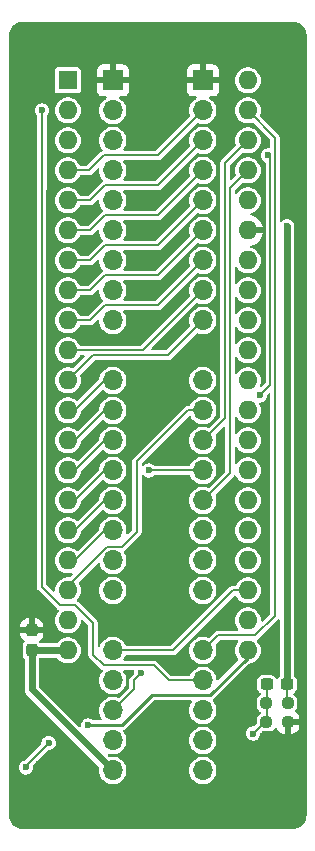
<source format=gbr>
G04 #@! TF.GenerationSoftware,KiCad,Pcbnew,8.0.4+dfsg-1*
G04 #@! TF.CreationDate,2025-03-02T18:02:47+09:00*
G04 #@! TF.ProjectId,bionic-tms9980,62696f6e-6963-42d7-946d-73393938302e,2*
G04 #@! TF.SameCoordinates,Original*
G04 #@! TF.FileFunction,Copper,L2,Bot*
G04 #@! TF.FilePolarity,Positive*
%FSLAX46Y46*%
G04 Gerber Fmt 4.6, Leading zero omitted, Abs format (unit mm)*
G04 Created by KiCad (PCBNEW 8.0.4+dfsg-1) date 2025-03-02 18:02:47*
%MOMM*%
%LPD*%
G01*
G04 APERTURE LIST*
G04 Aperture macros list*
%AMRoundRect*
0 Rectangle with rounded corners*
0 $1 Rounding radius*
0 $2 $3 $4 $5 $6 $7 $8 $9 X,Y pos of 4 corners*
0 Add a 4 corners polygon primitive as box body*
4,1,4,$2,$3,$4,$5,$6,$7,$8,$9,$2,$3,0*
0 Add four circle primitives for the rounded corners*
1,1,$1+$1,$2,$3*
1,1,$1+$1,$4,$5*
1,1,$1+$1,$6,$7*
1,1,$1+$1,$8,$9*
0 Add four rect primitives between the rounded corners*
20,1,$1+$1,$2,$3,$4,$5,0*
20,1,$1+$1,$4,$5,$6,$7,0*
20,1,$1+$1,$6,$7,$8,$9,0*
20,1,$1+$1,$8,$9,$2,$3,0*%
G04 Aperture macros list end*
G04 #@! TA.AperFunction,ComponentPad*
%ADD10R,1.600000X1.600000*%
G04 #@! TD*
G04 #@! TA.AperFunction,ComponentPad*
%ADD11O,1.600000X1.600000*%
G04 #@! TD*
G04 #@! TA.AperFunction,ComponentPad*
%ADD12R,1.700000X1.700000*%
G04 #@! TD*
G04 #@! TA.AperFunction,ComponentPad*
%ADD13O,1.700000X1.700000*%
G04 #@! TD*
G04 #@! TA.AperFunction,SMDPad,CuDef*
%ADD14RoundRect,0.237500X-0.250000X-0.237500X0.250000X-0.237500X0.250000X0.237500X-0.250000X0.237500X0*%
G04 #@! TD*
G04 #@! TA.AperFunction,SMDPad,CuDef*
%ADD15RoundRect,0.237500X0.300000X0.237500X-0.300000X0.237500X-0.300000X-0.237500X0.300000X-0.237500X0*%
G04 #@! TD*
G04 #@! TA.AperFunction,SMDPad,CuDef*
%ADD16RoundRect,0.237500X0.237500X-0.300000X0.237500X0.300000X-0.237500X0.300000X-0.237500X-0.300000X0*%
G04 #@! TD*
G04 #@! TA.AperFunction,SMDPad,CuDef*
%ADD17RoundRect,0.237500X0.250000X0.237500X-0.250000X0.237500X-0.250000X-0.237500X0.250000X-0.237500X0*%
G04 #@! TD*
G04 #@! TA.AperFunction,ViaPad*
%ADD18C,0.600000*%
G04 #@! TD*
G04 #@! TA.AperFunction,Conductor*
%ADD19C,0.600000*%
G04 #@! TD*
G04 #@! TA.AperFunction,Conductor*
%ADD20C,0.200000*%
G04 #@! TD*
G04 #@! TA.AperFunction,Conductor*
%ADD21C,0.250000*%
G04 #@! TD*
G04 APERTURE END LIST*
D10*
X106080000Y-75080000D03*
D11*
X106080000Y-77620000D03*
X106080000Y-80160000D03*
X106080000Y-82700000D03*
X106080000Y-85240000D03*
X106080000Y-87780000D03*
X106080000Y-90320000D03*
X106080000Y-92860000D03*
X106080000Y-95400000D03*
X106080000Y-97940000D03*
X106080000Y-100480000D03*
X106080000Y-103020000D03*
X106080000Y-105560000D03*
X106080000Y-108100000D03*
X106080000Y-110640000D03*
X106080000Y-113180000D03*
X106080000Y-115720000D03*
X106080000Y-118260000D03*
X106080000Y-120800000D03*
X106080000Y-123340000D03*
X121320000Y-123340000D03*
X121320000Y-120800000D03*
X121320000Y-118260000D03*
X121320000Y-115720000D03*
X121320000Y-113180000D03*
X121320000Y-110640000D03*
X121320000Y-108100000D03*
X121320000Y-105560000D03*
X121320000Y-103020000D03*
X121320000Y-100480000D03*
X121320000Y-97940000D03*
X121320000Y-95400000D03*
X121320000Y-92860000D03*
X121320000Y-90320000D03*
X121320000Y-87780000D03*
X121320000Y-85240000D03*
X121320000Y-82700000D03*
X121320000Y-80160000D03*
X121320000Y-77620000D03*
X121320000Y-75080000D03*
D12*
X109890000Y-75080000D03*
D13*
X109890000Y-77620000D03*
X109890000Y-80160000D03*
X109890000Y-82700000D03*
X109890000Y-85240000D03*
X109890000Y-87780000D03*
X109890000Y-90320000D03*
X109890000Y-92860000D03*
X109890000Y-95400000D03*
X109890000Y-100480000D03*
X109890000Y-103020000D03*
X109890000Y-105560000D03*
X109890000Y-108100000D03*
X109890000Y-110640000D03*
X109890000Y-113180000D03*
X109890000Y-115720000D03*
X109890000Y-118260000D03*
X109890000Y-123340000D03*
X109890000Y-125880000D03*
X109890000Y-128420000D03*
X109890000Y-130960000D03*
X109890000Y-133500000D03*
D14*
X122871300Y-129410600D03*
X124696300Y-129410600D03*
D15*
X124646300Y-126210200D03*
X122921300Y-126210200D03*
D13*
X117510000Y-133500000D03*
X117510000Y-130960000D03*
X117510000Y-128420000D03*
X117510000Y-125880000D03*
X117510000Y-123340000D03*
X117510000Y-118260000D03*
X117510000Y-115720000D03*
X117510000Y-113180000D03*
X117510000Y-110640000D03*
X117510000Y-108100000D03*
X117510000Y-105560000D03*
X117510000Y-103020000D03*
X117510000Y-100480000D03*
X117510000Y-95400000D03*
X117510000Y-92860000D03*
X117510000Y-90320000D03*
X117510000Y-87780000D03*
X117510000Y-85240000D03*
X117510000Y-82700000D03*
X117510000Y-80160000D03*
X117510000Y-77620000D03*
D12*
X117510000Y-75080000D03*
D16*
X103032000Y-123337800D03*
X103032000Y-121612800D03*
D17*
X124696300Y-127810400D03*
X122871300Y-127810400D03*
D18*
X102651000Y-71778000D03*
X113700000Y-134871600D03*
X113700000Y-118641000D03*
X101914400Y-127150000D03*
X113700000Y-132357000D03*
X103641600Y-132992000D03*
X103286000Y-120038000D03*
X121142200Y-133576200D03*
X108162800Y-134820800D03*
X113700000Y-113688000D03*
X125714200Y-113053000D03*
X105622800Y-131417200D03*
X125180800Y-133601600D03*
X123025000Y-81430000D03*
X122336000Y-101750000D03*
X103895600Y-77620000D03*
X112938000Y-108100000D03*
X112303000Y-125245000D03*
X124647400Y-87424400D03*
X124647400Y-119174400D03*
X121777200Y-130375800D03*
X102524000Y-133246000D03*
X107807200Y-129690000D03*
X104454400Y-131163200D03*
D19*
X124647400Y-87424400D02*
X124647400Y-119174400D01*
X103337900Y-123340000D02*
X103336800Y-123338900D01*
X103337400Y-123339500D02*
X103336800Y-123338900D01*
X103337500Y-123339500D02*
X103337400Y-123339500D01*
X103032000Y-126642000D02*
X103032000Y-123337800D01*
X106080000Y-123340000D02*
X103337900Y-123340000D01*
X109890000Y-133500000D02*
X103032000Y-126642000D01*
D20*
X117510000Y-92860000D02*
X112430000Y-97940000D01*
X112430000Y-97940000D02*
X106080000Y-97940000D01*
X117510000Y-95400000D02*
X114570000Y-98340000D01*
X108220000Y-98340000D02*
X106080000Y-100480000D01*
X114570000Y-98340000D02*
X108220000Y-98340000D01*
X107985000Y-95400000D02*
X106080000Y-95400000D01*
X117510000Y-90320000D02*
X113700000Y-94130000D01*
X113700000Y-94130000D02*
X109255000Y-94130000D01*
X109255000Y-94130000D02*
X107985000Y-95400000D01*
X113700000Y-91590000D02*
X109255000Y-91590000D01*
X107985000Y-92860000D02*
X106080000Y-92860000D01*
X117510000Y-87780000D02*
X113700000Y-91590000D01*
X109255000Y-91590000D02*
X107985000Y-92860000D01*
X107985000Y-90320000D02*
X109255000Y-89050000D01*
X113700000Y-89050000D02*
X117510000Y-85240000D01*
X109255000Y-89050000D02*
X113700000Y-89050000D01*
X106080000Y-90320000D02*
X107985000Y-90320000D01*
X107985000Y-87780000D02*
X106080000Y-87780000D01*
X117510000Y-82700000D02*
X113700000Y-86510000D01*
X113700000Y-86510000D02*
X109255000Y-86510000D01*
X109255000Y-86510000D02*
X107985000Y-87780000D01*
X117510000Y-80160000D02*
X113700000Y-83970000D01*
X107985000Y-85240000D02*
X106080000Y-85240000D01*
X113700000Y-83970000D02*
X109255000Y-83970000D01*
X109255000Y-83970000D02*
X107985000Y-85240000D01*
X107858000Y-82700000D02*
X106080000Y-82700000D01*
X113700000Y-81430000D02*
X109128000Y-81430000D01*
X109128000Y-81430000D02*
X107858000Y-82700000D01*
X117510000Y-77620000D02*
X113700000Y-81430000D01*
X106715000Y-113180000D02*
X106080000Y-113180000D01*
X109255000Y-110640000D02*
X106715000Y-113180000D01*
X109890000Y-110640000D02*
X109255000Y-110640000D01*
X109255000Y-113180000D02*
X106715000Y-115720000D01*
X106715000Y-115720000D02*
X106080000Y-115720000D01*
X109890000Y-113180000D02*
X109255000Y-113180000D01*
X123225000Y-81630000D02*
X123225000Y-100861000D01*
X123225000Y-100861000D02*
X122336000Y-101750000D01*
X123025000Y-81430000D02*
X123225000Y-81630000D01*
X119396000Y-103674000D02*
X117792843Y-105277157D01*
X121320000Y-80160000D02*
X119396000Y-82084000D01*
X119396000Y-82084000D02*
X119396000Y-103674000D01*
X106715000Y-110640000D02*
X106080000Y-110640000D01*
X109890000Y-108100000D02*
X109255000Y-108100000D01*
X109255000Y-108100000D02*
X106715000Y-110640000D01*
X106715000Y-108100000D02*
X106080000Y-108100000D01*
X109890000Y-105560000D02*
X109255000Y-105560000D01*
X109255000Y-105560000D02*
X106715000Y-108100000D01*
X106715000Y-105560000D02*
X106080000Y-105560000D01*
X109255000Y-103020000D02*
X106715000Y-105560000D01*
X109890000Y-103020000D02*
X109255000Y-103020000D01*
X109890000Y-100480000D02*
X109191500Y-100480000D01*
X109191500Y-100480000D02*
X106651500Y-103020000D01*
X106651500Y-103020000D02*
X106080000Y-103020000D01*
X103895600Y-77620000D02*
X103886000Y-77629600D01*
X103886000Y-84218529D02*
X103870200Y-84234329D01*
X103886000Y-77629600D02*
X103886000Y-84218529D01*
X103870200Y-84234329D02*
X103870200Y-117955200D01*
X113344400Y-124610000D02*
X114614400Y-125880000D01*
X106705635Y-119530000D02*
X108213600Y-121037965D01*
X108213600Y-123695600D02*
X109128000Y-124610000D01*
X103870200Y-117955200D02*
X105445000Y-119530000D01*
X108213600Y-121037965D02*
X108213600Y-123695600D01*
X109128000Y-124610000D02*
X113344400Y-124610000D01*
X105445000Y-119530000D02*
X106705635Y-119530000D01*
X114614400Y-125880000D02*
X117510000Y-125880000D01*
X112938000Y-108100000D02*
X117510000Y-108100000D01*
X109890000Y-123340000D02*
X114970000Y-123340000D01*
X114970000Y-123340000D02*
X120050000Y-118260000D01*
X120050000Y-118260000D02*
X121320000Y-118260000D01*
X111668000Y-125880000D02*
X111668000Y-126642000D01*
X112303000Y-125245000D02*
X111668000Y-125880000D01*
X111668000Y-126642000D02*
X109890000Y-128420000D01*
X119796000Y-108354002D02*
X117792843Y-110357159D01*
X121320000Y-82700000D02*
X119796000Y-84224000D01*
X119796000Y-84224000D02*
X119796000Y-108354002D01*
X110634346Y-114570000D02*
X109413654Y-114570000D01*
X116240000Y-103020000D02*
X111922000Y-107338000D01*
X111922000Y-113282346D02*
X110634346Y-114570000D01*
X106080000Y-117903654D02*
X106080000Y-118260000D01*
X109413654Y-114570000D02*
X106080000Y-117903654D01*
X117510000Y-103020000D02*
X116240000Y-103020000D01*
X111922000Y-107338000D02*
X111922000Y-113282346D01*
X123625000Y-120400000D02*
X121955000Y-122070000D01*
X123625000Y-79925000D02*
X123625000Y-120400000D01*
X121320000Y-77620000D02*
X123625000Y-79925000D01*
X121955000Y-122070000D02*
X118780000Y-122070000D01*
X118780000Y-122070000D02*
X117510000Y-123340000D01*
X124646300Y-127760400D02*
X124696300Y-127810400D01*
X124646300Y-126210200D02*
X124646300Y-127760400D01*
D19*
X124646300Y-119175500D02*
X124647400Y-119174400D01*
X124646300Y-126210200D02*
X124646300Y-119175500D01*
D20*
X122921300Y-129231700D02*
X122921300Y-126210200D01*
X121777200Y-130375800D02*
X122921300Y-129231700D01*
D21*
X110652000Y-129690000D02*
X113192000Y-127150000D01*
X118119600Y-127150000D02*
X121320000Y-123949600D01*
X102524000Y-133093600D02*
X102524000Y-133246000D01*
X107807200Y-129690000D02*
X110652000Y-129690000D01*
D20*
X104454400Y-131163200D02*
X102524000Y-133093600D01*
D21*
X113192000Y-127150000D02*
X118119600Y-127150000D01*
X121320000Y-123949600D02*
X121320000Y-123340000D01*
G04 #@! TA.AperFunction,Conductor*
G36*
X125134309Y-70100877D02*
G01*
X125324457Y-70117512D01*
X125341437Y-70120505D01*
X125521635Y-70168789D01*
X125537839Y-70174687D01*
X125706902Y-70253523D01*
X125721842Y-70262149D01*
X125874641Y-70369140D01*
X125887861Y-70380232D01*
X126019767Y-70512138D01*
X126030859Y-70525358D01*
X126137850Y-70678157D01*
X126146478Y-70693101D01*
X126225308Y-70862151D01*
X126231211Y-70878368D01*
X126279492Y-71058555D01*
X126282488Y-71075550D01*
X126299123Y-71265690D01*
X126299500Y-71274318D01*
X126299500Y-137305681D01*
X126299123Y-137314309D01*
X126282488Y-137504449D01*
X126279492Y-137521444D01*
X126231211Y-137701631D01*
X126225308Y-137717848D01*
X126146478Y-137886898D01*
X126137850Y-137901842D01*
X126030859Y-138054641D01*
X126019767Y-138067861D01*
X125887861Y-138199767D01*
X125874641Y-138210859D01*
X125721842Y-138317850D01*
X125706898Y-138326478D01*
X125537848Y-138405308D01*
X125521631Y-138411211D01*
X125341444Y-138459492D01*
X125324449Y-138462488D01*
X125134309Y-138479123D01*
X125125681Y-138479500D01*
X102274319Y-138479500D01*
X102265691Y-138479123D01*
X102075550Y-138462488D01*
X102058555Y-138459492D01*
X101878368Y-138411211D01*
X101862154Y-138405309D01*
X101693100Y-138326477D01*
X101678157Y-138317850D01*
X101525358Y-138210859D01*
X101512138Y-138199767D01*
X101380232Y-138067861D01*
X101369140Y-138054641D01*
X101262149Y-137901842D01*
X101253523Y-137886902D01*
X101174687Y-137717839D01*
X101168788Y-137701631D01*
X101149843Y-137630926D01*
X101120505Y-137521437D01*
X101117512Y-137504457D01*
X101100877Y-137314309D01*
X101100500Y-137305681D01*
X101100500Y-133245999D01*
X101918318Y-133245999D01*
X101918318Y-133246000D01*
X101938955Y-133402758D01*
X101938957Y-133402766D01*
X101999462Y-133548838D01*
X101999462Y-133548839D01*
X101999464Y-133548841D01*
X102095718Y-133674282D01*
X102221159Y-133770536D01*
X102367238Y-133831044D01*
X102484809Y-133846522D01*
X102523999Y-133851682D01*
X102524000Y-133851682D01*
X102524001Y-133851682D01*
X102555352Y-133847554D01*
X102680762Y-133831044D01*
X102826841Y-133770536D01*
X102952282Y-133674282D01*
X103048536Y-133548841D01*
X103109044Y-133402762D01*
X103129682Y-133246000D01*
X103113754Y-133125014D01*
X103124904Y-133064853D01*
X103141900Y-133042091D01*
X104386114Y-131797878D01*
X104440631Y-131770101D01*
X104451847Y-131769218D01*
X104454399Y-131768881D01*
X104454400Y-131768882D01*
X104611162Y-131748244D01*
X104757241Y-131687736D01*
X104882682Y-131591482D01*
X104978936Y-131466041D01*
X105039444Y-131319962D01*
X105060082Y-131163200D01*
X105039444Y-131006438D01*
X105020558Y-130960844D01*
X104978937Y-130860361D01*
X104978937Y-130860360D01*
X104882686Y-130734923D01*
X104882685Y-130734922D01*
X104882682Y-130734918D01*
X104882677Y-130734914D01*
X104882676Y-130734913D01*
X104757238Y-130638662D01*
X104611166Y-130578157D01*
X104611158Y-130578155D01*
X104454401Y-130557518D01*
X104454399Y-130557518D01*
X104297641Y-130578155D01*
X104297633Y-130578157D01*
X104151561Y-130638662D01*
X104151560Y-130638662D01*
X104026123Y-130734913D01*
X104026113Y-130734923D01*
X103929862Y-130860360D01*
X103929862Y-130860361D01*
X103869357Y-131006433D01*
X103869355Y-131006441D01*
X103847871Y-131169633D01*
X103846142Y-131169405D01*
X103829811Y-131219671D01*
X103819722Y-131231484D01*
X102417430Y-132633775D01*
X102373058Y-132659395D01*
X102367243Y-132660953D01*
X102221160Y-132721463D01*
X102095723Y-132817713D01*
X102095713Y-132817723D01*
X101999462Y-132943160D01*
X101999462Y-132943161D01*
X101938957Y-133089233D01*
X101938955Y-133089241D01*
X101918318Y-133245999D01*
X101100500Y-133245999D01*
X101100500Y-121862801D01*
X102057001Y-121862801D01*
X102057001Y-121961954D01*
X102067317Y-122062942D01*
X102067320Y-122062954D01*
X102121548Y-122226606D01*
X102212053Y-122373335D01*
X102333962Y-122495244D01*
X102375252Y-122520712D01*
X102414854Y-122567353D01*
X102419477Y-122628363D01*
X102402164Y-122664792D01*
X102321138Y-122771641D01*
X102266883Y-122909220D01*
X102256500Y-122995679D01*
X102256500Y-123679920D01*
X102266883Y-123766379D01*
X102321138Y-123903958D01*
X102411384Y-124022966D01*
X102431479Y-124080757D01*
X102431500Y-124082785D01*
X102431500Y-126556863D01*
X102431499Y-126556881D01*
X102431499Y-126562943D01*
X102431499Y-126721057D01*
X102472423Y-126873785D01*
X102499719Y-126921062D01*
X102551480Y-127010716D01*
X102663284Y-127122520D01*
X102663286Y-127122521D01*
X108729543Y-133188779D01*
X108757320Y-133243296D01*
X108754923Y-133283153D01*
X108755086Y-133283184D01*
X108754843Y-133284480D01*
X108754760Y-133285873D01*
X108754246Y-133287679D01*
X108754245Y-133287683D01*
X108734571Y-133500000D01*
X108739096Y-133548839D01*
X108754244Y-133712310D01*
X108812595Y-133917389D01*
X108907634Y-134108255D01*
X109036128Y-134278407D01*
X109036135Y-134278413D01*
X109193692Y-134422047D01*
X109193699Y-134422053D01*
X109297389Y-134486255D01*
X109374981Y-134534298D01*
X109573802Y-134611321D01*
X109783390Y-134650500D01*
X109996610Y-134650500D01*
X110206198Y-134611321D01*
X110405019Y-134534298D01*
X110586302Y-134422052D01*
X110743872Y-134278407D01*
X110872366Y-134108255D01*
X110967405Y-133917389D01*
X111025756Y-133712310D01*
X111045429Y-133500000D01*
X116354571Y-133500000D01*
X116359096Y-133548839D01*
X116374244Y-133712310D01*
X116432595Y-133917389D01*
X116527634Y-134108255D01*
X116656128Y-134278407D01*
X116656135Y-134278413D01*
X116813692Y-134422047D01*
X116813699Y-134422053D01*
X116917389Y-134486255D01*
X116994981Y-134534298D01*
X117193802Y-134611321D01*
X117403390Y-134650500D01*
X117616610Y-134650500D01*
X117826198Y-134611321D01*
X118025019Y-134534298D01*
X118206302Y-134422052D01*
X118363872Y-134278407D01*
X118492366Y-134108255D01*
X118587405Y-133917389D01*
X118645756Y-133712310D01*
X118665429Y-133500000D01*
X118645756Y-133287690D01*
X118587405Y-133082611D01*
X118492366Y-132891745D01*
X118363872Y-132721593D01*
X118267541Y-132633775D01*
X118206307Y-132577952D01*
X118206300Y-132577946D01*
X118025024Y-132465705D01*
X118025019Y-132465702D01*
X117826195Y-132388678D01*
X117616610Y-132349500D01*
X117403390Y-132349500D01*
X117193804Y-132388678D01*
X116994980Y-132465702D01*
X116994975Y-132465705D01*
X116813699Y-132577946D01*
X116813692Y-132577952D01*
X116656135Y-132721586D01*
X116656131Y-132721589D01*
X116656128Y-132721593D01*
X116656125Y-132721597D01*
X116527635Y-132891743D01*
X116527630Y-132891752D01*
X116441437Y-133064853D01*
X116432595Y-133082611D01*
X116430709Y-133089241D01*
X116374244Y-133287688D01*
X116354571Y-133500000D01*
X111045429Y-133500000D01*
X111025756Y-133287690D01*
X110967405Y-133082611D01*
X110872366Y-132891745D01*
X110743872Y-132721593D01*
X110647541Y-132633775D01*
X110586307Y-132577952D01*
X110586300Y-132577946D01*
X110405024Y-132465705D01*
X110405019Y-132465702D01*
X110206195Y-132388678D01*
X109996610Y-132349500D01*
X109783390Y-132349500D01*
X109670688Y-132370567D01*
X109610014Y-132362674D01*
X109582493Y-132343257D01*
X109475414Y-132236178D01*
X109447637Y-132181661D01*
X109457208Y-132121229D01*
X109500473Y-132077964D01*
X109560905Y-132068393D01*
X109572509Y-132070953D01*
X109573799Y-132071319D01*
X109573802Y-132071321D01*
X109783390Y-132110500D01*
X109996610Y-132110500D01*
X110206198Y-132071321D01*
X110405019Y-131994298D01*
X110586302Y-131882052D01*
X110743872Y-131738407D01*
X110872366Y-131568255D01*
X110967405Y-131377389D01*
X111025756Y-131172310D01*
X111045429Y-130960000D01*
X116354571Y-130960000D01*
X116374244Y-131172311D01*
X116391081Y-131231484D01*
X116423605Y-131345794D01*
X116432596Y-131377391D01*
X116476736Y-131466038D01*
X116527634Y-131568255D01*
X116656128Y-131738407D01*
X116721364Y-131797878D01*
X116813692Y-131882047D01*
X116813699Y-131882053D01*
X116917389Y-131946255D01*
X116994981Y-131994298D01*
X117193802Y-132071321D01*
X117403390Y-132110500D01*
X117616610Y-132110500D01*
X117826198Y-132071321D01*
X118025019Y-131994298D01*
X118206302Y-131882052D01*
X118363872Y-131738407D01*
X118492366Y-131568255D01*
X118587405Y-131377389D01*
X118645756Y-131172310D01*
X118665429Y-130960000D01*
X118645756Y-130747690D01*
X118587405Y-130542611D01*
X118492366Y-130351745D01*
X118363872Y-130181593D01*
X118291372Y-130115500D01*
X118206307Y-130037952D01*
X118206300Y-130037946D01*
X118025024Y-129925705D01*
X118025019Y-129925702D01*
X118005032Y-129917959D01*
X117826198Y-129848679D01*
X117826197Y-129848678D01*
X117826195Y-129848678D01*
X117616610Y-129809500D01*
X117403390Y-129809500D01*
X117193804Y-129848678D01*
X116994980Y-129925702D01*
X116994975Y-129925705D01*
X116813699Y-130037946D01*
X116813692Y-130037952D01*
X116656135Y-130181586D01*
X116656131Y-130181589D01*
X116656128Y-130181593D01*
X116656125Y-130181597D01*
X116527635Y-130351743D01*
X116527630Y-130351752D01*
X116432596Y-130542608D01*
X116374244Y-130747688D01*
X116354571Y-130960000D01*
X111045429Y-130960000D01*
X111025756Y-130747690D01*
X110967405Y-130542611D01*
X110872366Y-130351745D01*
X110813777Y-130274161D01*
X110783342Y-130233859D01*
X110763362Y-130176028D01*
X110781190Y-130117498D01*
X110812845Y-130088462D01*
X110859189Y-130061704D01*
X110913263Y-130030485D01*
X113339252Y-127604496D01*
X113393769Y-127576719D01*
X113409256Y-127575500D01*
X116507220Y-127575500D01*
X116565411Y-127594407D01*
X116601375Y-127643907D01*
X116601375Y-127705093D01*
X116586223Y-127734161D01*
X116527640Y-127811736D01*
X116527630Y-127811752D01*
X116432596Y-128002608D01*
X116374244Y-128207688D01*
X116354571Y-128420000D01*
X116374244Y-128632311D01*
X116377992Y-128645483D01*
X116432595Y-128837389D01*
X116527634Y-129028255D01*
X116656128Y-129198407D01*
X116656135Y-129198413D01*
X116813692Y-129342047D01*
X116813699Y-129342053D01*
X116886548Y-129387159D01*
X116994981Y-129454298D01*
X117193802Y-129531321D01*
X117403390Y-129570500D01*
X117616610Y-129570500D01*
X117826198Y-129531321D01*
X118025019Y-129454298D01*
X118206302Y-129342052D01*
X118363872Y-129198407D01*
X118492366Y-129028255D01*
X118587405Y-128837389D01*
X118645756Y-128632310D01*
X118665429Y-128420000D01*
X118645756Y-128207690D01*
X118587405Y-128002611D01*
X118492366Y-127811745D01*
X118363872Y-127641593D01*
X118363870Y-127641591D01*
X118362364Y-127639939D01*
X118361977Y-127639084D01*
X118361113Y-127637940D01*
X118361370Y-127637745D01*
X118337132Y-127584198D01*
X118349483Y-127524272D01*
X118377215Y-127496387D01*
X118375717Y-127494434D01*
X118380856Y-127490490D01*
X118380858Y-127490487D01*
X118380863Y-127490485D01*
X121411212Y-124460134D01*
X121463020Y-124432827D01*
X121622456Y-124403024D01*
X121812637Y-124329348D01*
X121986041Y-124221981D01*
X122136764Y-124084579D01*
X122259673Y-123921821D01*
X122350582Y-123739250D01*
X122406397Y-123543083D01*
X122425215Y-123340000D01*
X122406397Y-123136917D01*
X122350582Y-122940750D01*
X122259673Y-122758179D01*
X122136764Y-122595421D01*
X122124047Y-122583828D01*
X122093782Y-122530654D01*
X122100552Y-122469844D01*
X122141241Y-122424931D01*
X122200913Y-122390480D01*
X123868224Y-120723167D01*
X123870910Y-120720480D01*
X123870913Y-120720480D01*
X123876798Y-120714594D01*
X123931313Y-120686819D01*
X123991745Y-120696390D01*
X124035010Y-120739655D01*
X124045800Y-120784600D01*
X124045800Y-125476207D01*
X124026893Y-125534398D01*
X124006620Y-125555090D01*
X123962305Y-125588695D01*
X123962297Y-125588703D01*
X123872938Y-125706541D01*
X123870096Y-125711597D01*
X123825097Y-125753054D01*
X123764324Y-125760144D01*
X123710990Y-125730159D01*
X123697504Y-125711597D01*
X123694661Y-125706541D01*
X123669440Y-125673282D01*
X123605300Y-125588700D01*
X123487458Y-125499338D01*
X123349879Y-125445083D01*
X123263420Y-125434700D01*
X123263418Y-125434700D01*
X122579182Y-125434700D01*
X122579179Y-125434700D01*
X122492720Y-125445083D01*
X122355141Y-125499338D01*
X122237303Y-125588697D01*
X122237297Y-125588703D01*
X122147938Y-125706541D01*
X122093683Y-125844120D01*
X122083300Y-125930579D01*
X122083300Y-126489820D01*
X122093683Y-126576279D01*
X122112372Y-126623670D01*
X122147938Y-126713858D01*
X122237300Y-126831700D01*
X122237303Y-126831702D01*
X122355143Y-126921063D01*
X122360374Y-126924004D01*
X122401832Y-126969003D01*
X122408922Y-127029776D01*
X122378937Y-127083110D01*
X122360374Y-127096596D01*
X122355143Y-127099536D01*
X122237303Y-127188897D01*
X122237297Y-127188903D01*
X122147938Y-127306741D01*
X122093683Y-127444320D01*
X122083300Y-127530779D01*
X122083300Y-128090020D01*
X122093683Y-128176479D01*
X122147938Y-128314058D01*
X122237300Y-128431900D01*
X122237303Y-128431902D01*
X122355143Y-128521263D01*
X122360374Y-128524204D01*
X122401832Y-128569203D01*
X122408922Y-128629976D01*
X122378937Y-128683310D01*
X122360374Y-128696796D01*
X122355143Y-128699736D01*
X122237303Y-128789097D01*
X122237297Y-128789103D01*
X122147938Y-128906941D01*
X122093683Y-129044520D01*
X122083300Y-129130979D01*
X122083300Y-129462299D01*
X122064393Y-129520490D01*
X122054304Y-129532302D01*
X121845483Y-129741122D01*
X121790968Y-129768899D01*
X121779754Y-129769781D01*
X121620441Y-129790755D01*
X121620433Y-129790757D01*
X121474361Y-129851262D01*
X121474360Y-129851262D01*
X121348923Y-129947513D01*
X121348913Y-129947523D01*
X121252662Y-130072960D01*
X121252662Y-130072961D01*
X121192157Y-130219033D01*
X121192155Y-130219041D01*
X121171518Y-130375799D01*
X121171518Y-130375800D01*
X121192155Y-130532558D01*
X121192157Y-130532566D01*
X121252662Y-130678638D01*
X121252662Y-130678639D01*
X121305645Y-130747688D01*
X121348918Y-130804082D01*
X121474359Y-130900336D01*
X121620438Y-130960844D01*
X121738009Y-130976322D01*
X121777199Y-130981482D01*
X121777200Y-130981482D01*
X121777201Y-130981482D01*
X121808552Y-130977354D01*
X121933962Y-130960844D01*
X122080041Y-130900336D01*
X122205482Y-130804082D01*
X122301736Y-130678641D01*
X122362244Y-130532562D01*
X122382882Y-130375800D01*
X122382882Y-130375799D01*
X122383729Y-130369367D01*
X122385455Y-130369594D01*
X122401789Y-130319325D01*
X122411867Y-130307524D01*
X122504405Y-130214985D01*
X122558920Y-130187210D01*
X122576223Y-130186369D01*
X122576223Y-130186100D01*
X123163416Y-130186100D01*
X123163418Y-130186100D01*
X123249877Y-130175717D01*
X123387458Y-130121462D01*
X123505300Y-130032100D01*
X123594344Y-129914677D01*
X123644569Y-129879736D01*
X123705742Y-129880989D01*
X123754495Y-129917959D01*
X123767202Y-129943357D01*
X123773348Y-129961906D01*
X123863853Y-130108635D01*
X123985764Y-130230546D01*
X124132493Y-130321051D01*
X124296151Y-130375281D01*
X124397145Y-130385599D01*
X124446300Y-130385598D01*
X124446300Y-129660601D01*
X124946300Y-129660601D01*
X124946300Y-130385598D01*
X124946301Y-130385599D01*
X124995454Y-130385599D01*
X125096442Y-130375282D01*
X125096454Y-130375279D01*
X125260106Y-130321051D01*
X125406835Y-130230546D01*
X125528746Y-130108635D01*
X125619251Y-129961906D01*
X125673481Y-129798248D01*
X125683800Y-129697255D01*
X125683800Y-129660601D01*
X125683799Y-129660600D01*
X124946301Y-129660600D01*
X124946300Y-129660601D01*
X124446300Y-129660601D01*
X124446300Y-129259600D01*
X124465207Y-129201409D01*
X124514707Y-129165445D01*
X124545300Y-129160600D01*
X125683798Y-129160600D01*
X125683799Y-129160599D01*
X125683799Y-129123945D01*
X125673482Y-129022957D01*
X125673479Y-129022945D01*
X125619251Y-128859293D01*
X125528746Y-128712564D01*
X125406835Y-128590653D01*
X125365443Y-128565122D01*
X125325842Y-128518481D01*
X125321219Y-128457470D01*
X125338533Y-128421043D01*
X125419662Y-128314058D01*
X125473917Y-128176477D01*
X125484300Y-128090018D01*
X125484300Y-127530782D01*
X125473917Y-127444323D01*
X125419662Y-127306742D01*
X125330300Y-127188900D01*
X125242766Y-127122521D01*
X125212459Y-127099538D01*
X125207228Y-127096598D01*
X125165768Y-127051601D01*
X125158676Y-126990828D01*
X125188659Y-126937493D01*
X125207228Y-126924002D01*
X125212455Y-126921063D01*
X125212458Y-126921062D01*
X125330300Y-126831700D01*
X125419662Y-126713858D01*
X125473917Y-126576277D01*
X125484300Y-126489818D01*
X125484300Y-125930582D01*
X125473917Y-125844123D01*
X125419662Y-125706542D01*
X125330300Y-125588700D01*
X125330295Y-125588696D01*
X125330294Y-125588695D01*
X125285980Y-125555090D01*
X125251038Y-125504863D01*
X125246800Y-125476207D01*
X125246800Y-119268306D01*
X125247648Y-119255378D01*
X125247901Y-119253457D01*
X125247901Y-119220241D01*
X125248748Y-119207318D01*
X125252075Y-119182052D01*
X125253082Y-119174400D01*
X125248748Y-119141479D01*
X125247901Y-119128557D01*
X125247901Y-119089280D01*
X125247900Y-119089262D01*
X125247900Y-87470249D01*
X125248747Y-87457327D01*
X125253082Y-87424400D01*
X125253082Y-87424399D01*
X125248747Y-87391471D01*
X125247900Y-87378549D01*
X125247900Y-87345346D01*
X125247900Y-87345343D01*
X125239301Y-87313251D01*
X125236778Y-87300562D01*
X125232444Y-87267641D01*
X125232444Y-87267638D01*
X125219731Y-87236949D01*
X125215571Y-87224693D01*
X125206977Y-87192616D01*
X125206975Y-87192613D01*
X125206975Y-87192611D01*
X125190375Y-87163861D01*
X125184646Y-87152244D01*
X125171937Y-87121562D01*
X125171936Y-87121559D01*
X125151717Y-87095209D01*
X125144524Y-87084444D01*
X125127920Y-87055684D01*
X125122356Y-87050120D01*
X125104431Y-87032194D01*
X125095894Y-87022459D01*
X125075685Y-86996122D01*
X125075684Y-86996121D01*
X125075682Y-86996118D01*
X125049333Y-86975900D01*
X125039604Y-86967367D01*
X125016117Y-86943881D01*
X125016111Y-86943876D01*
X124987355Y-86927274D01*
X124976589Y-86920081D01*
X124950240Y-86899863D01*
X124919557Y-86887154D01*
X124907946Y-86881428D01*
X124879183Y-86864822D01*
X124879180Y-86864821D01*
X124847106Y-86856227D01*
X124834845Y-86852065D01*
X124804165Y-86839357D01*
X124804159Y-86839355D01*
X124771226Y-86835019D01*
X124758531Y-86832493D01*
X124726460Y-86823900D01*
X124726457Y-86823900D01*
X124693250Y-86823900D01*
X124680328Y-86823053D01*
X124647401Y-86818718D01*
X124647399Y-86818718D01*
X124614472Y-86823053D01*
X124601550Y-86823900D01*
X124568343Y-86823900D01*
X124544657Y-86830245D01*
X124536266Y-86832494D01*
X124523572Y-86835019D01*
X124490640Y-86839355D01*
X124490637Y-86839356D01*
X124459950Y-86852067D01*
X124447690Y-86856228D01*
X124415619Y-86864821D01*
X124415617Y-86864822D01*
X124386858Y-86881426D01*
X124375247Y-86887151D01*
X124344562Y-86899861D01*
X124318210Y-86920081D01*
X124307447Y-86927272D01*
X124278688Y-86943876D01*
X124278681Y-86943881D01*
X124255199Y-86967363D01*
X124245469Y-86975896D01*
X124219123Y-86996113D01*
X124219115Y-86996121D01*
X124203040Y-87017070D01*
X124152615Y-87051724D01*
X124091450Y-87050120D01*
X124042910Y-87012872D01*
X124025500Y-86956800D01*
X124025500Y-79872274D01*
X124025500Y-79872273D01*
X123998207Y-79770413D01*
X123998207Y-79770412D01*
X123998207Y-79770411D01*
X123945483Y-79679091D01*
X123945482Y-79679090D01*
X123945481Y-79679089D01*
X123945480Y-79679087D01*
X122377336Y-78110943D01*
X122349559Y-78056426D01*
X122352118Y-78013848D01*
X122406397Y-77823083D01*
X122425215Y-77620000D01*
X122406397Y-77416917D01*
X122350582Y-77220750D01*
X122259673Y-77038179D01*
X122136764Y-76875421D01*
X121986041Y-76738019D01*
X121812637Y-76630652D01*
X121622456Y-76556976D01*
X121622455Y-76556975D01*
X121622453Y-76556975D01*
X121421976Y-76519500D01*
X121218024Y-76519500D01*
X121017546Y-76556975D01*
X120993055Y-76566463D01*
X120827363Y-76630652D01*
X120718676Y-76697948D01*
X120653959Y-76738019D01*
X120503237Y-76875420D01*
X120380328Y-77038177D01*
X120380323Y-77038186D01*
X120298450Y-77202611D01*
X120289418Y-77220750D01*
X120233603Y-77416917D01*
X120214785Y-77620000D01*
X120233603Y-77823083D01*
X120289418Y-78019250D01*
X120380327Y-78201821D01*
X120503236Y-78364579D01*
X120653959Y-78501981D01*
X120827363Y-78609348D01*
X121017544Y-78683024D01*
X121218024Y-78720500D01*
X121421976Y-78720500D01*
X121622456Y-78683024D01*
X121702259Y-78652107D01*
X121763351Y-78648718D01*
X121808026Y-78674419D01*
X123195504Y-80061897D01*
X123223281Y-80116414D01*
X123224500Y-80131901D01*
X123224500Y-80737694D01*
X123205593Y-80795885D01*
X123156093Y-80831849D01*
X123112579Y-80835847D01*
X123025002Y-80824318D01*
X123024999Y-80824318D01*
X122868241Y-80844955D01*
X122868233Y-80844957D01*
X122722161Y-80905462D01*
X122722160Y-80905462D01*
X122596723Y-81001713D01*
X122596719Y-81001716D01*
X122596718Y-81001718D01*
X122596716Y-81001721D01*
X122500462Y-81127160D01*
X122500462Y-81127161D01*
X122439957Y-81273233D01*
X122439955Y-81273241D01*
X122419318Y-81429999D01*
X122419318Y-81430000D01*
X122439955Y-81586758D01*
X122439957Y-81586766D01*
X122500462Y-81732838D01*
X122500462Y-81732839D01*
X122581225Y-81838091D01*
X122596718Y-81858282D01*
X122596722Y-81858285D01*
X122596723Y-81858286D01*
X122722157Y-81954535D01*
X122722158Y-81954535D01*
X122722159Y-81954536D01*
X122763385Y-81971612D01*
X122809911Y-82011348D01*
X122824500Y-82063076D01*
X122824500Y-100654099D01*
X122805593Y-100712290D01*
X122795503Y-100724103D01*
X122492327Y-101027278D01*
X122437811Y-101055055D01*
X122377379Y-101045484D01*
X122334114Y-101002219D01*
X122324543Y-100941787D01*
X122333704Y-100913145D01*
X122350580Y-100879254D01*
X122350581Y-100879252D01*
X122350582Y-100879250D01*
X122406397Y-100683083D01*
X122425215Y-100480000D01*
X122406397Y-100276917D01*
X122350582Y-100080750D01*
X122259673Y-99898179D01*
X122136764Y-99735421D01*
X121986041Y-99598019D01*
X121812637Y-99490652D01*
X121622456Y-99416976D01*
X121622455Y-99416975D01*
X121622453Y-99416975D01*
X121421976Y-99379500D01*
X121218024Y-99379500D01*
X121017546Y-99416975D01*
X121017541Y-99416977D01*
X120827363Y-99490652D01*
X120653959Y-99598019D01*
X120503236Y-99735421D01*
X120380327Y-99898179D01*
X120380326Y-99898180D01*
X120380326Y-99898181D01*
X120379671Y-99899239D01*
X120379272Y-99899576D01*
X120377569Y-99901832D01*
X120377060Y-99901447D01*
X120332961Y-99938760D01*
X120271943Y-99943278D01*
X120219923Y-99911067D01*
X120196770Y-99854431D01*
X120196500Y-99847121D01*
X120196500Y-98572878D01*
X120215407Y-98514687D01*
X120264907Y-98478723D01*
X120326093Y-98478723D01*
X120375593Y-98514687D01*
X120379676Y-98520768D01*
X120380321Y-98521809D01*
X120380327Y-98521821D01*
X120503236Y-98684579D01*
X120653959Y-98821981D01*
X120827363Y-98929348D01*
X121017544Y-99003024D01*
X121218024Y-99040500D01*
X121421976Y-99040500D01*
X121622456Y-99003024D01*
X121812637Y-98929348D01*
X121986041Y-98821981D01*
X122136764Y-98684579D01*
X122259673Y-98521821D01*
X122350582Y-98339250D01*
X122406397Y-98143083D01*
X122425215Y-97940000D01*
X122406397Y-97736917D01*
X122350582Y-97540750D01*
X122259673Y-97358179D01*
X122136764Y-97195421D01*
X121986041Y-97058019D01*
X121812637Y-96950652D01*
X121622456Y-96876976D01*
X121622455Y-96876975D01*
X121622453Y-96876975D01*
X121421976Y-96839500D01*
X121218024Y-96839500D01*
X121017546Y-96876975D01*
X120947632Y-96904059D01*
X120827363Y-96950652D01*
X120653959Y-97058019D01*
X120503236Y-97195421D01*
X120380327Y-97358179D01*
X120380326Y-97358180D01*
X120380326Y-97358181D01*
X120379671Y-97359239D01*
X120379272Y-97359576D01*
X120377569Y-97361832D01*
X120377060Y-97361447D01*
X120332961Y-97398760D01*
X120271943Y-97403278D01*
X120219923Y-97371067D01*
X120196770Y-97314431D01*
X120196500Y-97307121D01*
X120196500Y-96032878D01*
X120215407Y-95974687D01*
X120264907Y-95938723D01*
X120326093Y-95938723D01*
X120375593Y-95974687D01*
X120379676Y-95980768D01*
X120380321Y-95981809D01*
X120380327Y-95981821D01*
X120503236Y-96144579D01*
X120653959Y-96281981D01*
X120827363Y-96389348D01*
X121017544Y-96463024D01*
X121218024Y-96500500D01*
X121421976Y-96500500D01*
X121622456Y-96463024D01*
X121812637Y-96389348D01*
X121986041Y-96281981D01*
X122136764Y-96144579D01*
X122259673Y-95981821D01*
X122350582Y-95799250D01*
X122406397Y-95603083D01*
X122425215Y-95400000D01*
X122406397Y-95196917D01*
X122350582Y-95000750D01*
X122259673Y-94818179D01*
X122136764Y-94655421D01*
X121986041Y-94518019D01*
X121812637Y-94410652D01*
X121622456Y-94336976D01*
X121622455Y-94336975D01*
X121622453Y-94336975D01*
X121421976Y-94299500D01*
X121218024Y-94299500D01*
X121017546Y-94336975D01*
X120947632Y-94364059D01*
X120827363Y-94410652D01*
X120653959Y-94518019D01*
X120503236Y-94655421D01*
X120380327Y-94818179D01*
X120380326Y-94818180D01*
X120380326Y-94818181D01*
X120379671Y-94819239D01*
X120379272Y-94819576D01*
X120377569Y-94821832D01*
X120377060Y-94821447D01*
X120332961Y-94858760D01*
X120271943Y-94863278D01*
X120219923Y-94831067D01*
X120196770Y-94774431D01*
X120196500Y-94767121D01*
X120196500Y-93492878D01*
X120215407Y-93434687D01*
X120264907Y-93398723D01*
X120326093Y-93398723D01*
X120375593Y-93434687D01*
X120379676Y-93440768D01*
X120380321Y-93441809D01*
X120380327Y-93441821D01*
X120503236Y-93604579D01*
X120653959Y-93741981D01*
X120827363Y-93849348D01*
X121017544Y-93923024D01*
X121218024Y-93960500D01*
X121421976Y-93960500D01*
X121622456Y-93923024D01*
X121812637Y-93849348D01*
X121986041Y-93741981D01*
X122136764Y-93604579D01*
X122259673Y-93441821D01*
X122350582Y-93259250D01*
X122406397Y-93063083D01*
X122425215Y-92860000D01*
X122406397Y-92656917D01*
X122350582Y-92460750D01*
X122259673Y-92278179D01*
X122136764Y-92115421D01*
X121986041Y-91978019D01*
X121812637Y-91870652D01*
X121622456Y-91796976D01*
X121622455Y-91796975D01*
X121622453Y-91796975D01*
X121421976Y-91759500D01*
X121218024Y-91759500D01*
X121017546Y-91796975D01*
X120947632Y-91824059D01*
X120827363Y-91870652D01*
X120653959Y-91978019D01*
X120503236Y-92115421D01*
X120380327Y-92278179D01*
X120380326Y-92278180D01*
X120380326Y-92278181D01*
X120379671Y-92279239D01*
X120379272Y-92279576D01*
X120377569Y-92281832D01*
X120377060Y-92281447D01*
X120332961Y-92318760D01*
X120271943Y-92323278D01*
X120219923Y-92291067D01*
X120196770Y-92234431D01*
X120196500Y-92227121D01*
X120196500Y-90952878D01*
X120215407Y-90894687D01*
X120264907Y-90858723D01*
X120326093Y-90858723D01*
X120375593Y-90894687D01*
X120379676Y-90900768D01*
X120380321Y-90901809D01*
X120380327Y-90901821D01*
X120503236Y-91064579D01*
X120653959Y-91201981D01*
X120827363Y-91309348D01*
X121017544Y-91383024D01*
X121218024Y-91420500D01*
X121421976Y-91420500D01*
X121622456Y-91383024D01*
X121812637Y-91309348D01*
X121986041Y-91201981D01*
X122136764Y-91064579D01*
X122259673Y-90901821D01*
X122350582Y-90719250D01*
X122406397Y-90523083D01*
X122425215Y-90320000D01*
X122406397Y-90116917D01*
X122350582Y-89920750D01*
X122259673Y-89738179D01*
X122136764Y-89575421D01*
X121986041Y-89438019D01*
X121812637Y-89330652D01*
X121665283Y-89273567D01*
X121622454Y-89256975D01*
X121584582Y-89249896D01*
X121530857Y-89220618D01*
X121504601Y-89165352D01*
X121515844Y-89105209D01*
X121560292Y-89063160D01*
X121577151Y-89056955D01*
X121766324Y-89006266D01*
X121972481Y-88910134D01*
X122158811Y-88779665D01*
X122319665Y-88618811D01*
X122450134Y-88432481D01*
X122546266Y-88226323D01*
X122598872Y-88030000D01*
X121635686Y-88030000D01*
X121640080Y-88025606D01*
X121692741Y-87934394D01*
X121720000Y-87832661D01*
X121720000Y-87727339D01*
X121692741Y-87625606D01*
X121640080Y-87534394D01*
X121635686Y-87530000D01*
X122598872Y-87530000D01*
X122546266Y-87333676D01*
X122450134Y-87127518D01*
X122319665Y-86941188D01*
X122158811Y-86780334D01*
X121972481Y-86649865D01*
X121766323Y-86553733D01*
X121577151Y-86503044D01*
X121525836Y-86469720D01*
X121503910Y-86412598D01*
X121519746Y-86353498D01*
X121567296Y-86314992D01*
X121584568Y-86310106D01*
X121622456Y-86303024D01*
X121812637Y-86229348D01*
X121986041Y-86121981D01*
X122136764Y-85984579D01*
X122259673Y-85821821D01*
X122350582Y-85639250D01*
X122406397Y-85443083D01*
X122425215Y-85240000D01*
X122406397Y-85036917D01*
X122350582Y-84840750D01*
X122259673Y-84658179D01*
X122136764Y-84495421D01*
X121986041Y-84358019D01*
X121812637Y-84250652D01*
X121622456Y-84176976D01*
X121622455Y-84176975D01*
X121622453Y-84176975D01*
X121421976Y-84139500D01*
X121218024Y-84139500D01*
X121017546Y-84176975D01*
X120947632Y-84204059D01*
X120827363Y-84250652D01*
X120653959Y-84358019D01*
X120503236Y-84495421D01*
X120380327Y-84658179D01*
X120380326Y-84658180D01*
X120380326Y-84658181D01*
X120379671Y-84659239D01*
X120379272Y-84659576D01*
X120377569Y-84661832D01*
X120377060Y-84661447D01*
X120332961Y-84698760D01*
X120271943Y-84703278D01*
X120219923Y-84671067D01*
X120196770Y-84614431D01*
X120196500Y-84607121D01*
X120196500Y-84430900D01*
X120215407Y-84372709D01*
X120225490Y-84360902D01*
X120831975Y-83754416D01*
X120886490Y-83726641D01*
X120937735Y-83732106D01*
X121017544Y-83763024D01*
X121218024Y-83800500D01*
X121421976Y-83800500D01*
X121622456Y-83763024D01*
X121812637Y-83689348D01*
X121986041Y-83581981D01*
X122136764Y-83444579D01*
X122259673Y-83281821D01*
X122350582Y-83099250D01*
X122406397Y-82903083D01*
X122425215Y-82700000D01*
X122406397Y-82496917D01*
X122350582Y-82300750D01*
X122259673Y-82118179D01*
X122136764Y-81955421D01*
X121986041Y-81818019D01*
X121812637Y-81710652D01*
X121622456Y-81636976D01*
X121622455Y-81636975D01*
X121622453Y-81636975D01*
X121421976Y-81599500D01*
X121218024Y-81599500D01*
X121017546Y-81636975D01*
X120947632Y-81664059D01*
X120827363Y-81710652D01*
X120677881Y-81803207D01*
X120653959Y-81818019D01*
X120503237Y-81955420D01*
X120380328Y-82118177D01*
X120380323Y-82118186D01*
X120290647Y-82298281D01*
X120289418Y-82300750D01*
X120233603Y-82496917D01*
X120214785Y-82700000D01*
X120233603Y-82903083D01*
X120236229Y-82912311D01*
X120287880Y-83093845D01*
X120285619Y-83154989D01*
X120262663Y-83190941D01*
X119965504Y-83488101D01*
X119910987Y-83515879D01*
X119850555Y-83506308D01*
X119807290Y-83463043D01*
X119796500Y-83418098D01*
X119796500Y-82290900D01*
X119815407Y-82232709D01*
X119825490Y-82220902D01*
X120831975Y-81214416D01*
X120886490Y-81186641D01*
X120937735Y-81192106D01*
X121017544Y-81223024D01*
X121218024Y-81260500D01*
X121421976Y-81260500D01*
X121622456Y-81223024D01*
X121812637Y-81149348D01*
X121986041Y-81041981D01*
X122136764Y-80904579D01*
X122259673Y-80741821D01*
X122350582Y-80559250D01*
X122406397Y-80363083D01*
X122425215Y-80160000D01*
X122406397Y-79956917D01*
X122350582Y-79760750D01*
X122259673Y-79578179D01*
X122136764Y-79415421D01*
X121986041Y-79278019D01*
X121812637Y-79170652D01*
X121622456Y-79096976D01*
X121622455Y-79096975D01*
X121622453Y-79096975D01*
X121421976Y-79059500D01*
X121218024Y-79059500D01*
X121017546Y-79096975D01*
X120947632Y-79124059D01*
X120827363Y-79170652D01*
X120718676Y-79237948D01*
X120653959Y-79278019D01*
X120503237Y-79415420D01*
X120380328Y-79578177D01*
X120380323Y-79578186D01*
X120298450Y-79742611D01*
X120289418Y-79760750D01*
X120233603Y-79956917D01*
X120214785Y-80160000D01*
X120233603Y-80363083D01*
X120236229Y-80372311D01*
X120287880Y-80553845D01*
X120285619Y-80614989D01*
X120262663Y-80650941D01*
X119075520Y-81838086D01*
X119075516Y-81838091D01*
X119022794Y-81929407D01*
X119022793Y-81929412D01*
X119004013Y-81999500D01*
X119004013Y-81999501D01*
X119004012Y-81999500D01*
X118995500Y-82031271D01*
X118995500Y-103467098D01*
X118976593Y-103525289D01*
X118966504Y-103537102D01*
X118036673Y-104466932D01*
X117982156Y-104494709D01*
X117930907Y-104489243D01*
X117826198Y-104448679D01*
X117826197Y-104448678D01*
X117826195Y-104448678D01*
X117616610Y-104409500D01*
X117403390Y-104409500D01*
X117193804Y-104448678D01*
X116994980Y-104525702D01*
X116994975Y-104525705D01*
X116813699Y-104637946D01*
X116813692Y-104637952D01*
X116656135Y-104781586D01*
X116656131Y-104781589D01*
X116656128Y-104781593D01*
X116656125Y-104781597D01*
X116527635Y-104951743D01*
X116527630Y-104951752D01*
X116432596Y-105142608D01*
X116374244Y-105347688D01*
X116374244Y-105347690D01*
X116354571Y-105560000D01*
X116374244Y-105772310D01*
X116432595Y-105977389D01*
X116527634Y-106168255D01*
X116656128Y-106338407D01*
X116656135Y-106338413D01*
X116813692Y-106482047D01*
X116813699Y-106482053D01*
X116917389Y-106546255D01*
X116994981Y-106594298D01*
X117193802Y-106671321D01*
X117403390Y-106710500D01*
X117616610Y-106710500D01*
X117826198Y-106671321D01*
X118025019Y-106594298D01*
X118206302Y-106482052D01*
X118363872Y-106338407D01*
X118492366Y-106168255D01*
X118587405Y-105977389D01*
X118645756Y-105772310D01*
X118665429Y-105560000D01*
X118645756Y-105347690D01*
X118587405Y-105142611D01*
X118587401Y-105142604D01*
X118585752Y-105138344D01*
X118587132Y-105137809D01*
X118579019Y-105083364D01*
X118606648Y-105029743D01*
X119226497Y-104409895D01*
X119281013Y-104382119D01*
X119341445Y-104391690D01*
X119384710Y-104434955D01*
X119395500Y-104479900D01*
X119395500Y-108147100D01*
X119376593Y-108205291D01*
X119366504Y-108217104D01*
X118036675Y-109546932D01*
X117982158Y-109574709D01*
X117930909Y-109569243D01*
X117826197Y-109528678D01*
X117616610Y-109489500D01*
X117403390Y-109489500D01*
X117193804Y-109528678D01*
X116994980Y-109605702D01*
X116994975Y-109605705D01*
X116813699Y-109717946D01*
X116813692Y-109717952D01*
X116656135Y-109861586D01*
X116656131Y-109861589D01*
X116656128Y-109861593D01*
X116656125Y-109861597D01*
X116527635Y-110031743D01*
X116527630Y-110031752D01*
X116432596Y-110222608D01*
X116374244Y-110427688D01*
X116374244Y-110427690D01*
X116354571Y-110640000D01*
X116374244Y-110852310D01*
X116432595Y-111057389D01*
X116527634Y-111248255D01*
X116656128Y-111418407D01*
X116656135Y-111418413D01*
X116813692Y-111562047D01*
X116813699Y-111562053D01*
X116917389Y-111626255D01*
X116994981Y-111674298D01*
X117193802Y-111751321D01*
X117403390Y-111790500D01*
X117616610Y-111790500D01*
X117826198Y-111751321D01*
X118025019Y-111674298D01*
X118206302Y-111562052D01*
X118363872Y-111418407D01*
X118492366Y-111248255D01*
X118587405Y-111057389D01*
X118645756Y-110852310D01*
X118665429Y-110640000D01*
X120214785Y-110640000D01*
X120233603Y-110843083D01*
X120289418Y-111039250D01*
X120380327Y-111221821D01*
X120503236Y-111384579D01*
X120653959Y-111521981D01*
X120827363Y-111629348D01*
X121017544Y-111703024D01*
X121218024Y-111740500D01*
X121421976Y-111740500D01*
X121622456Y-111703024D01*
X121812637Y-111629348D01*
X121986041Y-111521981D01*
X122136764Y-111384579D01*
X122259673Y-111221821D01*
X122350582Y-111039250D01*
X122406397Y-110843083D01*
X122425215Y-110640000D01*
X122406397Y-110436917D01*
X122350582Y-110240750D01*
X122259673Y-110058179D01*
X122136764Y-109895421D01*
X121986041Y-109758019D01*
X121812637Y-109650652D01*
X121622456Y-109576976D01*
X121622455Y-109576975D01*
X121622453Y-109576975D01*
X121421976Y-109539500D01*
X121218024Y-109539500D01*
X121017546Y-109576975D01*
X120977350Y-109592547D01*
X120827363Y-109650652D01*
X120718676Y-109717948D01*
X120653959Y-109758019D01*
X120503237Y-109895420D01*
X120380328Y-110058177D01*
X120380323Y-110058186D01*
X120298450Y-110222611D01*
X120289418Y-110240750D01*
X120233603Y-110436917D01*
X120214785Y-110640000D01*
X118665429Y-110640000D01*
X118645756Y-110427690D01*
X118587405Y-110222611D01*
X118587404Y-110222608D01*
X118587401Y-110222598D01*
X118585751Y-110218339D01*
X118587132Y-110217804D01*
X118579020Y-110163365D01*
X118606649Y-110109744D01*
X120116480Y-108599915D01*
X120144068Y-108552130D01*
X120189537Y-108511191D01*
X120250387Y-108504795D01*
X120303375Y-108535388D01*
X120318424Y-108557503D01*
X120380327Y-108681821D01*
X120503236Y-108844579D01*
X120653959Y-108981981D01*
X120827363Y-109089348D01*
X121017544Y-109163024D01*
X121218024Y-109200500D01*
X121421976Y-109200500D01*
X121622456Y-109163024D01*
X121812637Y-109089348D01*
X121986041Y-108981981D01*
X122136764Y-108844579D01*
X122259673Y-108681821D01*
X122350582Y-108499250D01*
X122406397Y-108303083D01*
X122425215Y-108100000D01*
X122406397Y-107896917D01*
X122350582Y-107700750D01*
X122259673Y-107518179D01*
X122136764Y-107355421D01*
X121986041Y-107218019D01*
X121812637Y-107110652D01*
X121622456Y-107036976D01*
X121622455Y-107036975D01*
X121622453Y-107036975D01*
X121421976Y-106999500D01*
X121218024Y-106999500D01*
X121017546Y-107036975D01*
X120947632Y-107064059D01*
X120827363Y-107110652D01*
X120653959Y-107218019D01*
X120503236Y-107355421D01*
X120380327Y-107518179D01*
X120380326Y-107518180D01*
X120380326Y-107518181D01*
X120379671Y-107519239D01*
X120379272Y-107519576D01*
X120377569Y-107521832D01*
X120377060Y-107521447D01*
X120332961Y-107558760D01*
X120271943Y-107563278D01*
X120219923Y-107531067D01*
X120196770Y-107474431D01*
X120196500Y-107467121D01*
X120196500Y-106192878D01*
X120215407Y-106134687D01*
X120264907Y-106098723D01*
X120326093Y-106098723D01*
X120375593Y-106134687D01*
X120379676Y-106140768D01*
X120380321Y-106141809D01*
X120380327Y-106141821D01*
X120503236Y-106304579D01*
X120653959Y-106441981D01*
X120827363Y-106549348D01*
X121017544Y-106623024D01*
X121218024Y-106660500D01*
X121421976Y-106660500D01*
X121622456Y-106623024D01*
X121812637Y-106549348D01*
X121986041Y-106441981D01*
X122136764Y-106304579D01*
X122259673Y-106141821D01*
X122350582Y-105959250D01*
X122406397Y-105763083D01*
X122425215Y-105560000D01*
X122406397Y-105356917D01*
X122350582Y-105160750D01*
X122259673Y-104978179D01*
X122136764Y-104815421D01*
X121986041Y-104678019D01*
X121812637Y-104570652D01*
X121622456Y-104496976D01*
X121622455Y-104496975D01*
X121622453Y-104496975D01*
X121421976Y-104459500D01*
X121218024Y-104459500D01*
X121017546Y-104496975D01*
X120977353Y-104512546D01*
X120827363Y-104570652D01*
X120653959Y-104678019D01*
X120503236Y-104815421D01*
X120380327Y-104978179D01*
X120380326Y-104978180D01*
X120380326Y-104978181D01*
X120379671Y-104979239D01*
X120379272Y-104979576D01*
X120377569Y-104981832D01*
X120377060Y-104981447D01*
X120332961Y-105018760D01*
X120271943Y-105023278D01*
X120219923Y-104991067D01*
X120196770Y-104934431D01*
X120196500Y-104927121D01*
X120196500Y-103652878D01*
X120215407Y-103594687D01*
X120264907Y-103558723D01*
X120326093Y-103558723D01*
X120375593Y-103594687D01*
X120379676Y-103600768D01*
X120380321Y-103601809D01*
X120380327Y-103601821D01*
X120503236Y-103764579D01*
X120653959Y-103901981D01*
X120827363Y-104009348D01*
X121017544Y-104083024D01*
X121218024Y-104120500D01*
X121421976Y-104120500D01*
X121622456Y-104083024D01*
X121812637Y-104009348D01*
X121986041Y-103901981D01*
X122136764Y-103764579D01*
X122259673Y-103601821D01*
X122350582Y-103419250D01*
X122406397Y-103223083D01*
X122425215Y-103020000D01*
X122406397Y-102816917D01*
X122350582Y-102620750D01*
X122287647Y-102494360D01*
X122278635Y-102433844D01*
X122306915Y-102379587D01*
X122361686Y-102352314D01*
X122363263Y-102352092D01*
X122492762Y-102335044D01*
X122638841Y-102274536D01*
X122764282Y-102178282D01*
X122860536Y-102052841D01*
X122921044Y-101906762D01*
X122941682Y-101750000D01*
X122941682Y-101749999D01*
X122942529Y-101743567D01*
X122944256Y-101743794D01*
X122960589Y-101693526D01*
X122970671Y-101681720D01*
X123055498Y-101596893D01*
X123110013Y-101569118D01*
X123170445Y-101578689D01*
X123213710Y-101621954D01*
X123224500Y-101666899D01*
X123224500Y-120193099D01*
X123205593Y-120251290D01*
X123195504Y-120263103D01*
X122594130Y-120864476D01*
X122539613Y-120892253D01*
X122479181Y-120882682D01*
X122435916Y-120839417D01*
X122425548Y-120803606D01*
X122425214Y-120800006D01*
X122425215Y-120800000D01*
X122406397Y-120596917D01*
X122350582Y-120400750D01*
X122259673Y-120218179D01*
X122136764Y-120055421D01*
X121986041Y-119918019D01*
X121812637Y-119810652D01*
X121622456Y-119736976D01*
X121622455Y-119736975D01*
X121622453Y-119736975D01*
X121421976Y-119699500D01*
X121218024Y-119699500D01*
X121017546Y-119736975D01*
X120947632Y-119764059D01*
X120827363Y-119810652D01*
X120677881Y-119903207D01*
X120653959Y-119918019D01*
X120503237Y-120055420D01*
X120380328Y-120218177D01*
X120380323Y-120218186D01*
X120316048Y-120347269D01*
X120289418Y-120400750D01*
X120233603Y-120596917D01*
X120214785Y-120800000D01*
X120233603Y-121003083D01*
X120289418Y-121199250D01*
X120380327Y-121381821D01*
X120477759Y-121510842D01*
X120497737Y-121568670D01*
X120479908Y-121627201D01*
X120431082Y-121664073D01*
X120398754Y-121669500D01*
X118832727Y-121669500D01*
X118727273Y-121669500D01*
X118664929Y-121686204D01*
X118625407Y-121696794D01*
X118534091Y-121749516D01*
X118534086Y-121749520D01*
X118036672Y-122246932D01*
X117982156Y-122274709D01*
X117930907Y-122269243D01*
X117826198Y-122228679D01*
X117826197Y-122228678D01*
X117826195Y-122228678D01*
X117616610Y-122189500D01*
X117403390Y-122189500D01*
X117193804Y-122228678D01*
X116994980Y-122305702D01*
X116994975Y-122305705D01*
X116813699Y-122417946D01*
X116813692Y-122417952D01*
X116656135Y-122561586D01*
X116656131Y-122561589D01*
X116656128Y-122561593D01*
X116656125Y-122561597D01*
X116527635Y-122731743D01*
X116527630Y-122731752D01*
X116432596Y-122922608D01*
X116432595Y-122922611D01*
X116427790Y-122939500D01*
X116374244Y-123127688D01*
X116354571Y-123340000D01*
X116372149Y-123529707D01*
X116374244Y-123552310D01*
X116430979Y-123751710D01*
X116432596Y-123757391D01*
X116523772Y-123940500D01*
X116527634Y-123948255D01*
X116656128Y-124118407D01*
X116656135Y-124118413D01*
X116813692Y-124262047D01*
X116813699Y-124262053D01*
X116858055Y-124289517D01*
X116994981Y-124374298D01*
X117193802Y-124451321D01*
X117403390Y-124490500D01*
X117616610Y-124490500D01*
X117826198Y-124451321D01*
X118025019Y-124374298D01*
X118206302Y-124262052D01*
X118363872Y-124118407D01*
X118492366Y-123948255D01*
X118587405Y-123757389D01*
X118645756Y-123552310D01*
X118665429Y-123340000D01*
X118645756Y-123127690D01*
X118587405Y-122922611D01*
X118587401Y-122922604D01*
X118585752Y-122918344D01*
X118587129Y-122917810D01*
X118579021Y-122863350D01*
X118606649Y-122809742D01*
X118916897Y-122499496D01*
X118971413Y-122471719D01*
X118986900Y-122470500D01*
X120398754Y-122470500D01*
X120456945Y-122489407D01*
X120492909Y-122538907D01*
X120492909Y-122600093D01*
X120477760Y-122629155D01*
X120450850Y-122664792D01*
X120380328Y-122758177D01*
X120380323Y-122758186D01*
X120290647Y-122938281D01*
X120289418Y-122940750D01*
X120233603Y-123136917D01*
X120214785Y-123340000D01*
X120233603Y-123543083D01*
X120289418Y-123739250D01*
X120380327Y-123921821D01*
X120456707Y-124022965D01*
X120485755Y-124061430D01*
X120505734Y-124119262D01*
X120487905Y-124177792D01*
X120476755Y-124191095D01*
X118824934Y-125842916D01*
X118770417Y-125870693D01*
X118709985Y-125861122D01*
X118666720Y-125817857D01*
X118656352Y-125782049D01*
X118645756Y-125667690D01*
X118587405Y-125462611D01*
X118492366Y-125271745D01*
X118363872Y-125101593D01*
X118276517Y-125021958D01*
X118206307Y-124957952D01*
X118206300Y-124957946D01*
X118025024Y-124845705D01*
X118025019Y-124845702D01*
X117826195Y-124768678D01*
X117616610Y-124729500D01*
X117403390Y-124729500D01*
X117193804Y-124768678D01*
X116994980Y-124845702D01*
X116994975Y-124845705D01*
X116813699Y-124957946D01*
X116813692Y-124957952D01*
X116656135Y-125101586D01*
X116656131Y-125101589D01*
X116656128Y-125101593D01*
X116656125Y-125101597D01*
X116527635Y-125271743D01*
X116527630Y-125271752D01*
X116451508Y-125424628D01*
X116408646Y-125468290D01*
X116362887Y-125479500D01*
X114821301Y-125479500D01*
X114763110Y-125460593D01*
X114751297Y-125450504D01*
X114231273Y-124930480D01*
X113590313Y-124289520D01*
X113590310Y-124289518D01*
X113590309Y-124289517D01*
X113590308Y-124289516D01*
X113498991Y-124236794D01*
X113498993Y-124236794D01*
X113459470Y-124226204D01*
X113397127Y-124209500D01*
X113397125Y-124209500D01*
X110873901Y-124209500D01*
X110815710Y-124190593D01*
X110779746Y-124141093D01*
X110779746Y-124079907D01*
X110794897Y-124050839D01*
X110872366Y-123948255D01*
X110948492Y-123795372D01*
X110991354Y-123751710D01*
X111037113Y-123740500D01*
X115022725Y-123740500D01*
X115022727Y-123740500D01*
X115124588Y-123713207D01*
X115124590Y-123713205D01*
X115124592Y-123713205D01*
X115215908Y-123660483D01*
X115215908Y-123660482D01*
X115215913Y-123660480D01*
X120168100Y-118708292D01*
X120222615Y-118680517D01*
X120283047Y-118690088D01*
X120326312Y-118733353D01*
X120326723Y-118734170D01*
X120380327Y-118841821D01*
X120503236Y-119004579D01*
X120653959Y-119141981D01*
X120827363Y-119249348D01*
X121017544Y-119323024D01*
X121218024Y-119360500D01*
X121421976Y-119360500D01*
X121622456Y-119323024D01*
X121812637Y-119249348D01*
X121986041Y-119141981D01*
X122136764Y-119004579D01*
X122259673Y-118841821D01*
X122350582Y-118659250D01*
X122406397Y-118463083D01*
X122425215Y-118260000D01*
X122406397Y-118056917D01*
X122350582Y-117860750D01*
X122259673Y-117678179D01*
X122136764Y-117515421D01*
X121986041Y-117378019D01*
X121812637Y-117270652D01*
X121622456Y-117196976D01*
X121622455Y-117196975D01*
X121622453Y-117196975D01*
X121421976Y-117159500D01*
X121218024Y-117159500D01*
X121017546Y-117196975D01*
X120947632Y-117224059D01*
X120827363Y-117270652D01*
X120718676Y-117337948D01*
X120653959Y-117378019D01*
X120503237Y-117515420D01*
X120380328Y-117678177D01*
X120380323Y-117678186D01*
X120317363Y-117804628D01*
X120274500Y-117848291D01*
X120228742Y-117859500D01*
X120102727Y-117859500D01*
X119997273Y-117859500D01*
X119934929Y-117876204D01*
X119895407Y-117886794D01*
X119804091Y-117939516D01*
X114833103Y-122910504D01*
X114778586Y-122938281D01*
X114763099Y-122939500D01*
X111037113Y-122939500D01*
X110978922Y-122920593D01*
X110948492Y-122884628D01*
X110892232Y-122771642D01*
X110872366Y-122731745D01*
X110743872Y-122561593D01*
X110645286Y-122471719D01*
X110586307Y-122417952D01*
X110586300Y-122417946D01*
X110405024Y-122305705D01*
X110405019Y-122305702D01*
X110325016Y-122274709D01*
X110206198Y-122228679D01*
X110206197Y-122228678D01*
X110206195Y-122228678D01*
X109996610Y-122189500D01*
X109783390Y-122189500D01*
X109573804Y-122228678D01*
X109374980Y-122305702D01*
X109374975Y-122305705D01*
X109193699Y-122417946D01*
X109193692Y-122417952D01*
X109036135Y-122561586D01*
X109036131Y-122561589D01*
X109036128Y-122561593D01*
X109036125Y-122561597D01*
X108907635Y-122731743D01*
X108907630Y-122731752D01*
X108812596Y-122922608D01*
X108808321Y-122937634D01*
X108774210Y-122988429D01*
X108716758Y-123009473D01*
X108657908Y-122992729D01*
X108620140Y-122944591D01*
X108614100Y-122910541D01*
X108614100Y-121098679D01*
X108614101Y-121098666D01*
X108614101Y-120985237D01*
X108614100Y-120985235D01*
X108586807Y-120883378D01*
X108561426Y-120839417D01*
X108538959Y-120800503D01*
X108538959Y-120800502D01*
X108534079Y-120792050D01*
X108456056Y-120714028D01*
X108456055Y-120714028D01*
X106951548Y-119209520D01*
X106951545Y-119209518D01*
X106951543Y-119209516D01*
X106897612Y-119178379D01*
X106856671Y-119132910D01*
X106850275Y-119072059D01*
X106880419Y-119019479D01*
X106896764Y-119004579D01*
X107019673Y-118841821D01*
X107110582Y-118659250D01*
X107166397Y-118463083D01*
X107185215Y-118260000D01*
X108734571Y-118260000D01*
X108754244Y-118472311D01*
X108777449Y-118553867D01*
X108812595Y-118677389D01*
X108907634Y-118868255D01*
X109036128Y-119038407D01*
X109036135Y-119038413D01*
X109193692Y-119182047D01*
X109193699Y-119182053D01*
X109255375Y-119220241D01*
X109374981Y-119294298D01*
X109573802Y-119371321D01*
X109783390Y-119410500D01*
X109996610Y-119410500D01*
X110206198Y-119371321D01*
X110405019Y-119294298D01*
X110586302Y-119182052D01*
X110743872Y-119038407D01*
X110872366Y-118868255D01*
X110967405Y-118677389D01*
X111025756Y-118472310D01*
X111045429Y-118260000D01*
X116354571Y-118260000D01*
X116374244Y-118472311D01*
X116397449Y-118553867D01*
X116432595Y-118677389D01*
X116527634Y-118868255D01*
X116656128Y-119038407D01*
X116656135Y-119038413D01*
X116813692Y-119182047D01*
X116813699Y-119182053D01*
X116875375Y-119220241D01*
X116994981Y-119294298D01*
X117193802Y-119371321D01*
X117403390Y-119410500D01*
X117616610Y-119410500D01*
X117826198Y-119371321D01*
X118025019Y-119294298D01*
X118206302Y-119182052D01*
X118363872Y-119038407D01*
X118492366Y-118868255D01*
X118587405Y-118677389D01*
X118645756Y-118472310D01*
X118665429Y-118260000D01*
X118645756Y-118047690D01*
X118587405Y-117842611D01*
X118492366Y-117651745D01*
X118363872Y-117481593D01*
X118309623Y-117432139D01*
X118206307Y-117337952D01*
X118206300Y-117337946D01*
X118025024Y-117225705D01*
X118025019Y-117225702D01*
X117950865Y-117196975D01*
X117826198Y-117148679D01*
X117826197Y-117148678D01*
X117826195Y-117148678D01*
X117616610Y-117109500D01*
X117403390Y-117109500D01*
X117193804Y-117148678D01*
X116994980Y-117225702D01*
X116994975Y-117225705D01*
X116813699Y-117337946D01*
X116813692Y-117337952D01*
X116656135Y-117481586D01*
X116656131Y-117481589D01*
X116656128Y-117481593D01*
X116656125Y-117481597D01*
X116527635Y-117651743D01*
X116527630Y-117651752D01*
X116432596Y-117842608D01*
X116374244Y-118047688D01*
X116354571Y-118260000D01*
X111045429Y-118260000D01*
X111025756Y-118047690D01*
X110967405Y-117842611D01*
X110872366Y-117651745D01*
X110743872Y-117481593D01*
X110689623Y-117432139D01*
X110586307Y-117337952D01*
X110586300Y-117337946D01*
X110405024Y-117225705D01*
X110405019Y-117225702D01*
X110330865Y-117196975D01*
X110206198Y-117148679D01*
X110206197Y-117148678D01*
X110206195Y-117148678D01*
X109996610Y-117109500D01*
X109783390Y-117109500D01*
X109573804Y-117148678D01*
X109374980Y-117225702D01*
X109374975Y-117225705D01*
X109193699Y-117337946D01*
X109193692Y-117337952D01*
X109036135Y-117481586D01*
X109036131Y-117481589D01*
X109036128Y-117481593D01*
X109036125Y-117481597D01*
X108907635Y-117651743D01*
X108907630Y-117651752D01*
X108812596Y-117842608D01*
X108754244Y-118047688D01*
X108734571Y-118260000D01*
X107185215Y-118260000D01*
X107166397Y-118056917D01*
X107110582Y-117860750D01*
X107019673Y-117678179D01*
X107007993Y-117662713D01*
X106988016Y-117604882D01*
X107005846Y-117546352D01*
X107016989Y-117533055D01*
X108604887Y-115945157D01*
X108659402Y-115917382D01*
X108719834Y-115926953D01*
X108763099Y-115970218D01*
X108770107Y-115988064D01*
X108812595Y-116137389D01*
X108907634Y-116328255D01*
X109036128Y-116498407D01*
X109036135Y-116498413D01*
X109193692Y-116642047D01*
X109193699Y-116642053D01*
X109297389Y-116706255D01*
X109374981Y-116754298D01*
X109573802Y-116831321D01*
X109783390Y-116870500D01*
X109996610Y-116870500D01*
X110206198Y-116831321D01*
X110405019Y-116754298D01*
X110586302Y-116642052D01*
X110743872Y-116498407D01*
X110872366Y-116328255D01*
X110967405Y-116137389D01*
X111025756Y-115932310D01*
X111045429Y-115720000D01*
X116354571Y-115720000D01*
X116373389Y-115923089D01*
X116374244Y-115932310D01*
X116432595Y-116137389D01*
X116527634Y-116328255D01*
X116656128Y-116498407D01*
X116656135Y-116498413D01*
X116813692Y-116642047D01*
X116813699Y-116642053D01*
X116917389Y-116706255D01*
X116994981Y-116754298D01*
X117193802Y-116831321D01*
X117403390Y-116870500D01*
X117616610Y-116870500D01*
X117826198Y-116831321D01*
X118025019Y-116754298D01*
X118206302Y-116642052D01*
X118363872Y-116498407D01*
X118492366Y-116328255D01*
X118587405Y-116137389D01*
X118645756Y-115932310D01*
X118665429Y-115720000D01*
X120214785Y-115720000D01*
X120233603Y-115923083D01*
X120289418Y-116119250D01*
X120380327Y-116301821D01*
X120503236Y-116464579D01*
X120653959Y-116601981D01*
X120827363Y-116709348D01*
X121017544Y-116783024D01*
X121218024Y-116820500D01*
X121421976Y-116820500D01*
X121622456Y-116783024D01*
X121812637Y-116709348D01*
X121986041Y-116601981D01*
X122136764Y-116464579D01*
X122259673Y-116301821D01*
X122350582Y-116119250D01*
X122406397Y-115923083D01*
X122425215Y-115720000D01*
X122406397Y-115516917D01*
X122350582Y-115320750D01*
X122259673Y-115138179D01*
X122136764Y-114975421D01*
X121986041Y-114838019D01*
X121812637Y-114730652D01*
X121622456Y-114656976D01*
X121622455Y-114656975D01*
X121622453Y-114656975D01*
X121421976Y-114619500D01*
X121218024Y-114619500D01*
X121017546Y-114656975D01*
X120947632Y-114684059D01*
X120827363Y-114730652D01*
X120653959Y-114838019D01*
X120503236Y-114975421D01*
X120463388Y-115028188D01*
X120380328Y-115138177D01*
X120380323Y-115138186D01*
X120298450Y-115302611D01*
X120289418Y-115320750D01*
X120233603Y-115516917D01*
X120214785Y-115720000D01*
X118665429Y-115720000D01*
X118645756Y-115507690D01*
X118587405Y-115302611D01*
X118492366Y-115111745D01*
X118363872Y-114941593D01*
X118250260Y-114838021D01*
X118206307Y-114797952D01*
X118206300Y-114797946D01*
X118025024Y-114685705D01*
X118025019Y-114685702D01*
X117826195Y-114608678D01*
X117616610Y-114569500D01*
X117403390Y-114569500D01*
X117193804Y-114608678D01*
X116994980Y-114685702D01*
X116994975Y-114685705D01*
X116813699Y-114797946D01*
X116813692Y-114797952D01*
X116656135Y-114941586D01*
X116656131Y-114941589D01*
X116656128Y-114941593D01*
X116656125Y-114941597D01*
X116527635Y-115111743D01*
X116527630Y-115111752D01*
X116432596Y-115302608D01*
X116374244Y-115507688D01*
X116354571Y-115720000D01*
X111045429Y-115720000D01*
X111025756Y-115507690D01*
X110967405Y-115302611D01*
X110872366Y-115111745D01*
X110825906Y-115050222D01*
X110805927Y-114992393D01*
X110823755Y-114933863D01*
X110855411Y-114904826D01*
X110880259Y-114890480D01*
X112167910Y-113602827D01*
X112167913Y-113602826D01*
X112242480Y-113528259D01*
X112268843Y-113482596D01*
X112295207Y-113436934D01*
X112322501Y-113335073D01*
X112322501Y-113229619D01*
X112322501Y-113223557D01*
X112322500Y-113223539D01*
X112322500Y-113180000D01*
X116354571Y-113180000D01*
X116371401Y-113361634D01*
X116374244Y-113392310D01*
X116432595Y-113597389D01*
X116527634Y-113788255D01*
X116656128Y-113958407D01*
X116656135Y-113958413D01*
X116813692Y-114102047D01*
X116813699Y-114102053D01*
X116883273Y-114145131D01*
X116994981Y-114214298D01*
X117193802Y-114291321D01*
X117403390Y-114330500D01*
X117616610Y-114330500D01*
X117826198Y-114291321D01*
X118025019Y-114214298D01*
X118206302Y-114102052D01*
X118363872Y-113958407D01*
X118492366Y-113788255D01*
X118587405Y-113597389D01*
X118645756Y-113392310D01*
X118665429Y-113180000D01*
X120214785Y-113180000D01*
X120233603Y-113383083D01*
X120289418Y-113579250D01*
X120380327Y-113761821D01*
X120503236Y-113924579D01*
X120653959Y-114061981D01*
X120827363Y-114169348D01*
X121017544Y-114243024D01*
X121218024Y-114280500D01*
X121421976Y-114280500D01*
X121622456Y-114243024D01*
X121812637Y-114169348D01*
X121986041Y-114061981D01*
X122136764Y-113924579D01*
X122259673Y-113761821D01*
X122350582Y-113579250D01*
X122406397Y-113383083D01*
X122425215Y-113180000D01*
X122406397Y-112976917D01*
X122350582Y-112780750D01*
X122259673Y-112598179D01*
X122136764Y-112435421D01*
X121986041Y-112298019D01*
X121812637Y-112190652D01*
X121622456Y-112116976D01*
X121622455Y-112116975D01*
X121622453Y-112116975D01*
X121421976Y-112079500D01*
X121218024Y-112079500D01*
X121017546Y-112116975D01*
X120947632Y-112144059D01*
X120827363Y-112190652D01*
X120718676Y-112257948D01*
X120653959Y-112298019D01*
X120503237Y-112435420D01*
X120380328Y-112598177D01*
X120380323Y-112598186D01*
X120298450Y-112762611D01*
X120289418Y-112780750D01*
X120233603Y-112976917D01*
X120214785Y-113180000D01*
X118665429Y-113180000D01*
X118645756Y-112967690D01*
X118587405Y-112762611D01*
X118492366Y-112571745D01*
X118363872Y-112401593D01*
X118250260Y-112298021D01*
X118206307Y-112257952D01*
X118206300Y-112257946D01*
X118025024Y-112145705D01*
X118025019Y-112145702D01*
X117826195Y-112068678D01*
X117616610Y-112029500D01*
X117403390Y-112029500D01*
X117193804Y-112068678D01*
X116994980Y-112145702D01*
X116994975Y-112145705D01*
X116813699Y-112257946D01*
X116813692Y-112257952D01*
X116656135Y-112401586D01*
X116656131Y-112401589D01*
X116656128Y-112401593D01*
X116656125Y-112401597D01*
X116527635Y-112571743D01*
X116527630Y-112571752D01*
X116432596Y-112762608D01*
X116374244Y-112967688D01*
X116354571Y-113180000D01*
X112322500Y-113180000D01*
X112322500Y-108575939D01*
X112341407Y-108517748D01*
X112390907Y-108481784D01*
X112452093Y-108481784D01*
X112500042Y-108515672D01*
X112501359Y-108517389D01*
X112509718Y-108528282D01*
X112635159Y-108624536D01*
X112781238Y-108685044D01*
X112898809Y-108700522D01*
X112937999Y-108705682D01*
X112938000Y-108705682D01*
X112938001Y-108705682D01*
X112969352Y-108701554D01*
X113094762Y-108685044D01*
X113240841Y-108624536D01*
X113366282Y-108528282D01*
X113366281Y-108528282D01*
X113371430Y-108524332D01*
X113372490Y-108525713D01*
X113419584Y-108501719D01*
X113435071Y-108500500D01*
X116362887Y-108500500D01*
X116421078Y-108519407D01*
X116451508Y-108555372D01*
X116527634Y-108708255D01*
X116656128Y-108878407D01*
X116656135Y-108878413D01*
X116813692Y-109022047D01*
X116813699Y-109022053D01*
X116917389Y-109086255D01*
X116994981Y-109134298D01*
X117193802Y-109211321D01*
X117403390Y-109250500D01*
X117616610Y-109250500D01*
X117826198Y-109211321D01*
X118025019Y-109134298D01*
X118206302Y-109022052D01*
X118363872Y-108878407D01*
X118492366Y-108708255D01*
X118587405Y-108517389D01*
X118645756Y-108312310D01*
X118665429Y-108100000D01*
X118645756Y-107887690D01*
X118587405Y-107682611D01*
X118492366Y-107491745D01*
X118363872Y-107321593D01*
X118250260Y-107218021D01*
X118206307Y-107177952D01*
X118206300Y-107177946D01*
X118025024Y-107065705D01*
X118025019Y-107065702D01*
X117826195Y-106988678D01*
X117616610Y-106949500D01*
X117403390Y-106949500D01*
X117193804Y-106988678D01*
X116994980Y-107065702D01*
X116994975Y-107065705D01*
X116813699Y-107177946D01*
X116813692Y-107177952D01*
X116656135Y-107321586D01*
X116656131Y-107321589D01*
X116656128Y-107321593D01*
X116656125Y-107321597D01*
X116527635Y-107491743D01*
X116527630Y-107491752D01*
X116451508Y-107644628D01*
X116408646Y-107688290D01*
X116362887Y-107699500D01*
X113435071Y-107699500D01*
X113376880Y-107680593D01*
X113368312Y-107673276D01*
X113330977Y-107644628D01*
X113240841Y-107575464D01*
X113240840Y-107575463D01*
X113240838Y-107575462D01*
X113094766Y-107514957D01*
X113094758Y-107514955D01*
X112938001Y-107494318D01*
X112937999Y-107494318D01*
X112781241Y-107514955D01*
X112781233Y-107514957D01*
X112635161Y-107575462D01*
X112635160Y-107575462D01*
X112509723Y-107671713D01*
X112509715Y-107671721D01*
X112500041Y-107684329D01*
X112449616Y-107718984D01*
X112388451Y-107717381D01*
X112339910Y-107680133D01*
X112322500Y-107624060D01*
X112322500Y-107544901D01*
X112341407Y-107486710D01*
X112351496Y-107474897D01*
X114317052Y-105509341D01*
X116320812Y-103505580D01*
X116375327Y-103477805D01*
X116435759Y-103487376D01*
X116479024Y-103530641D01*
X116479435Y-103531458D01*
X116514472Y-103601822D01*
X116527634Y-103628255D01*
X116656128Y-103798407D01*
X116656135Y-103798413D01*
X116813692Y-103942047D01*
X116813699Y-103942053D01*
X116917389Y-104006255D01*
X116994981Y-104054298D01*
X117193802Y-104131321D01*
X117403390Y-104170500D01*
X117616610Y-104170500D01*
X117826198Y-104131321D01*
X118025019Y-104054298D01*
X118206302Y-103942052D01*
X118363872Y-103798407D01*
X118492366Y-103628255D01*
X118587405Y-103437389D01*
X118645756Y-103232310D01*
X118665429Y-103020000D01*
X118645756Y-102807690D01*
X118587405Y-102602611D01*
X118492366Y-102411745D01*
X118363872Y-102241593D01*
X118250260Y-102138021D01*
X118206307Y-102097952D01*
X118206300Y-102097946D01*
X118025024Y-101985705D01*
X118025019Y-101985702D01*
X117950865Y-101956975D01*
X117826198Y-101908679D01*
X117826197Y-101908678D01*
X117826195Y-101908678D01*
X117616610Y-101869500D01*
X117403390Y-101869500D01*
X117193804Y-101908678D01*
X116994980Y-101985702D01*
X116994975Y-101985705D01*
X116813699Y-102097946D01*
X116813692Y-102097952D01*
X116656135Y-102241586D01*
X116656131Y-102241589D01*
X116656128Y-102241593D01*
X116656125Y-102241597D01*
X116527635Y-102411743D01*
X116527630Y-102411752D01*
X116451508Y-102564628D01*
X116408646Y-102608290D01*
X116362887Y-102619500D01*
X116292727Y-102619500D01*
X116187273Y-102619500D01*
X116124929Y-102636204D01*
X116085407Y-102646794D01*
X115994091Y-102699516D01*
X111601516Y-107092091D01*
X111548793Y-107183411D01*
X111548792Y-107183411D01*
X111548793Y-107183412D01*
X111521500Y-107285273D01*
X111521500Y-113075445D01*
X111502593Y-113133636D01*
X111492503Y-113145449D01*
X111197178Y-113440773D01*
X111142662Y-113468550D01*
X111082230Y-113458979D01*
X111038965Y-113415714D01*
X111028598Y-113361639D01*
X111045429Y-113180000D01*
X111025756Y-112967690D01*
X110967405Y-112762611D01*
X110872366Y-112571745D01*
X110743872Y-112401593D01*
X110630260Y-112298021D01*
X110586307Y-112257952D01*
X110586300Y-112257946D01*
X110405024Y-112145705D01*
X110405019Y-112145702D01*
X110206195Y-112068678D01*
X109996610Y-112029500D01*
X109783390Y-112029500D01*
X109573804Y-112068678D01*
X109374980Y-112145702D01*
X109374975Y-112145705D01*
X109193699Y-112257946D01*
X109193692Y-112257952D01*
X109036135Y-112401586D01*
X109036131Y-112401589D01*
X109036128Y-112401593D01*
X109036125Y-112401597D01*
X108907635Y-112571743D01*
X108907630Y-112571752D01*
X108812596Y-112762608D01*
X108754244Y-112967688D01*
X108742563Y-113093747D01*
X108718366Y-113149945D01*
X108713989Y-113154616D01*
X106961733Y-114906872D01*
X106907216Y-114934649D01*
X106846784Y-114925078D01*
X106825035Y-114910031D01*
X106746041Y-114838019D01*
X106572637Y-114730652D01*
X106382456Y-114656976D01*
X106382455Y-114656975D01*
X106382453Y-114656975D01*
X106181976Y-114619500D01*
X105978024Y-114619500D01*
X105777546Y-114656975D01*
X105707632Y-114684059D01*
X105587363Y-114730652D01*
X105413959Y-114838019D01*
X105263236Y-114975421D01*
X105223388Y-115028188D01*
X105140328Y-115138177D01*
X105140323Y-115138186D01*
X105058450Y-115302611D01*
X105049418Y-115320750D01*
X104993603Y-115516917D01*
X104974785Y-115720000D01*
X104993603Y-115923083D01*
X105049418Y-116119250D01*
X105140327Y-116301821D01*
X105263236Y-116464579D01*
X105413959Y-116601981D01*
X105587363Y-116709348D01*
X105777544Y-116783024D01*
X105978024Y-116820500D01*
X106181976Y-116820500D01*
X106377865Y-116783882D01*
X106438538Y-116791774D01*
X106482985Y-116833823D01*
X106494228Y-116893967D01*
X106467972Y-116949232D01*
X106466059Y-116951200D01*
X106282723Y-117134536D01*
X106228206Y-117162313D01*
X106194531Y-117161847D01*
X106181976Y-117159500D01*
X105978024Y-117159500D01*
X105777546Y-117196975D01*
X105707632Y-117224059D01*
X105587363Y-117270652D01*
X105478676Y-117337948D01*
X105413959Y-117378019D01*
X105263237Y-117515420D01*
X105140328Y-117678177D01*
X105140323Y-117678186D01*
X105049419Y-117860747D01*
X104993603Y-118056917D01*
X104974451Y-118263607D01*
X104950255Y-118319805D01*
X104897648Y-118351048D01*
X104836723Y-118345402D01*
X104805869Y-118324476D01*
X104299696Y-117818303D01*
X104271919Y-117763786D01*
X104270700Y-117748299D01*
X104270700Y-113180000D01*
X104974785Y-113180000D01*
X104993603Y-113383083D01*
X105049418Y-113579250D01*
X105140327Y-113761821D01*
X105263236Y-113924579D01*
X105413959Y-114061981D01*
X105587363Y-114169348D01*
X105777544Y-114243024D01*
X105978024Y-114280500D01*
X106181976Y-114280500D01*
X106382456Y-114243024D01*
X106572637Y-114169348D01*
X106746041Y-114061981D01*
X106896764Y-113924579D01*
X107019673Y-113761821D01*
X107110582Y-113579250D01*
X107166397Y-113383083D01*
X107172094Y-113321591D01*
X107196288Y-113265397D01*
X107200652Y-113260739D01*
X108972874Y-111488517D01*
X109027389Y-111460742D01*
X109087821Y-111470313D01*
X109109572Y-111485361D01*
X109193698Y-111562052D01*
X109193699Y-111562053D01*
X109297389Y-111626255D01*
X109374981Y-111674298D01*
X109573802Y-111751321D01*
X109783390Y-111790500D01*
X109996610Y-111790500D01*
X110206198Y-111751321D01*
X110405019Y-111674298D01*
X110586302Y-111562052D01*
X110743872Y-111418407D01*
X110872366Y-111248255D01*
X110967405Y-111057389D01*
X111025756Y-110852310D01*
X111045429Y-110640000D01*
X111025756Y-110427690D01*
X110967405Y-110222611D01*
X110872366Y-110031745D01*
X110743872Y-109861593D01*
X110630260Y-109758021D01*
X110586307Y-109717952D01*
X110586300Y-109717946D01*
X110405024Y-109605705D01*
X110405019Y-109605702D01*
X110325016Y-109574709D01*
X110206198Y-109528679D01*
X110206197Y-109528678D01*
X110206195Y-109528678D01*
X109996610Y-109489500D01*
X109783390Y-109489500D01*
X109573804Y-109528678D01*
X109374980Y-109605702D01*
X109374975Y-109605705D01*
X109193699Y-109717946D01*
X109193692Y-109717952D01*
X109036135Y-109861586D01*
X109036131Y-109861589D01*
X109036128Y-109861593D01*
X109036125Y-109861597D01*
X108907635Y-110031743D01*
X108907630Y-110031752D01*
X108812596Y-110222608D01*
X108754244Y-110427688D01*
X108742563Y-110553747D01*
X108718366Y-110609945D01*
X108713989Y-110614616D01*
X106961733Y-112366872D01*
X106907216Y-112394649D01*
X106846784Y-112385078D01*
X106825035Y-112370031D01*
X106746041Y-112298019D01*
X106572637Y-112190652D01*
X106382456Y-112116976D01*
X106382455Y-112116975D01*
X106382453Y-112116975D01*
X106181976Y-112079500D01*
X105978024Y-112079500D01*
X105777546Y-112116975D01*
X105707632Y-112144059D01*
X105587363Y-112190652D01*
X105478676Y-112257948D01*
X105413959Y-112298019D01*
X105263237Y-112435420D01*
X105140328Y-112598177D01*
X105140323Y-112598186D01*
X105058450Y-112762611D01*
X105049418Y-112780750D01*
X104993603Y-112976917D01*
X104974785Y-113180000D01*
X104270700Y-113180000D01*
X104270700Y-110640000D01*
X104974785Y-110640000D01*
X104993603Y-110843083D01*
X105049418Y-111039250D01*
X105140327Y-111221821D01*
X105263236Y-111384579D01*
X105413959Y-111521981D01*
X105587363Y-111629348D01*
X105777544Y-111703024D01*
X105978024Y-111740500D01*
X106181976Y-111740500D01*
X106382456Y-111703024D01*
X106572637Y-111629348D01*
X106746041Y-111521981D01*
X106896764Y-111384579D01*
X107019673Y-111221821D01*
X107110582Y-111039250D01*
X107166397Y-110843083D01*
X107172094Y-110781591D01*
X107196288Y-110725397D01*
X107200652Y-110720739D01*
X108972874Y-108948517D01*
X109027389Y-108920742D01*
X109087821Y-108930313D01*
X109109572Y-108945361D01*
X109193698Y-109022052D01*
X109193699Y-109022053D01*
X109297389Y-109086255D01*
X109374981Y-109134298D01*
X109573802Y-109211321D01*
X109783390Y-109250500D01*
X109996610Y-109250500D01*
X110206198Y-109211321D01*
X110405019Y-109134298D01*
X110586302Y-109022052D01*
X110743872Y-108878407D01*
X110872366Y-108708255D01*
X110967405Y-108517389D01*
X111025756Y-108312310D01*
X111045429Y-108100000D01*
X111025756Y-107887690D01*
X110967405Y-107682611D01*
X110872366Y-107491745D01*
X110743872Y-107321593D01*
X110630260Y-107218021D01*
X110586307Y-107177952D01*
X110586300Y-107177946D01*
X110405024Y-107065705D01*
X110405019Y-107065702D01*
X110206195Y-106988678D01*
X109996610Y-106949500D01*
X109783390Y-106949500D01*
X109573804Y-106988678D01*
X109374980Y-107065702D01*
X109374975Y-107065705D01*
X109193699Y-107177946D01*
X109193692Y-107177952D01*
X109036135Y-107321586D01*
X109036131Y-107321589D01*
X109036128Y-107321593D01*
X109036125Y-107321597D01*
X108907635Y-107491743D01*
X108907630Y-107491752D01*
X108812596Y-107682608D01*
X108754244Y-107887688D01*
X108742563Y-108013747D01*
X108718366Y-108069945D01*
X108713989Y-108074616D01*
X106961733Y-109826872D01*
X106907216Y-109854649D01*
X106846784Y-109845078D01*
X106825035Y-109830031D01*
X106746041Y-109758019D01*
X106572637Y-109650652D01*
X106382456Y-109576976D01*
X106382455Y-109576975D01*
X106382453Y-109576975D01*
X106181976Y-109539500D01*
X105978024Y-109539500D01*
X105777546Y-109576975D01*
X105737350Y-109592547D01*
X105587363Y-109650652D01*
X105478676Y-109717948D01*
X105413959Y-109758019D01*
X105263237Y-109895420D01*
X105140328Y-110058177D01*
X105140323Y-110058186D01*
X105058450Y-110222611D01*
X105049418Y-110240750D01*
X104993603Y-110436917D01*
X104974785Y-110640000D01*
X104270700Y-110640000D01*
X104270700Y-108100000D01*
X104974785Y-108100000D01*
X104993603Y-108303083D01*
X105049418Y-108499250D01*
X105140327Y-108681821D01*
X105263236Y-108844579D01*
X105413959Y-108981981D01*
X105587363Y-109089348D01*
X105777544Y-109163024D01*
X105978024Y-109200500D01*
X106181976Y-109200500D01*
X106382456Y-109163024D01*
X106572637Y-109089348D01*
X106746041Y-108981981D01*
X106896764Y-108844579D01*
X107019673Y-108681821D01*
X107110582Y-108499250D01*
X107166397Y-108303083D01*
X107172094Y-108241591D01*
X107196288Y-108185397D01*
X107200652Y-108180739D01*
X108972874Y-106408517D01*
X109027389Y-106380742D01*
X109087821Y-106390313D01*
X109109572Y-106405361D01*
X109193698Y-106482052D01*
X109193699Y-106482053D01*
X109297389Y-106546255D01*
X109374981Y-106594298D01*
X109573802Y-106671321D01*
X109783390Y-106710500D01*
X109996610Y-106710500D01*
X110206198Y-106671321D01*
X110405019Y-106594298D01*
X110586302Y-106482052D01*
X110743872Y-106338407D01*
X110872366Y-106168255D01*
X110967405Y-105977389D01*
X111025756Y-105772310D01*
X111045429Y-105560000D01*
X111025756Y-105347690D01*
X110967405Y-105142611D01*
X110872366Y-104951745D01*
X110743872Y-104781593D01*
X110630260Y-104678021D01*
X110586307Y-104637952D01*
X110586300Y-104637946D01*
X110405024Y-104525705D01*
X110405019Y-104525702D01*
X110325016Y-104494709D01*
X110206198Y-104448679D01*
X110206197Y-104448678D01*
X110206195Y-104448678D01*
X109996610Y-104409500D01*
X109783390Y-104409500D01*
X109573804Y-104448678D01*
X109374980Y-104525702D01*
X109374975Y-104525705D01*
X109193699Y-104637946D01*
X109193692Y-104637952D01*
X109036135Y-104781586D01*
X109036131Y-104781589D01*
X109036128Y-104781593D01*
X109036125Y-104781597D01*
X108907635Y-104951743D01*
X108907630Y-104951752D01*
X108812596Y-105142608D01*
X108754244Y-105347688D01*
X108742563Y-105473747D01*
X108718366Y-105529945D01*
X108713989Y-105534616D01*
X106961733Y-107286872D01*
X106907216Y-107314649D01*
X106846784Y-107305078D01*
X106825035Y-107290031D01*
X106746041Y-107218019D01*
X106572637Y-107110652D01*
X106382456Y-107036976D01*
X106382455Y-107036975D01*
X106382453Y-107036975D01*
X106181976Y-106999500D01*
X105978024Y-106999500D01*
X105777546Y-107036975D01*
X105707632Y-107064059D01*
X105587363Y-107110652D01*
X105469850Y-107183413D01*
X105413959Y-107218019D01*
X105263237Y-107355420D01*
X105140328Y-107518177D01*
X105140323Y-107518186D01*
X105055622Y-107688290D01*
X105049418Y-107700750D01*
X104993603Y-107896917D01*
X104974785Y-108100000D01*
X104270700Y-108100000D01*
X104270700Y-105560000D01*
X104974785Y-105560000D01*
X104993603Y-105763083D01*
X105049418Y-105959250D01*
X105140327Y-106141821D01*
X105263236Y-106304579D01*
X105413959Y-106441981D01*
X105587363Y-106549348D01*
X105777544Y-106623024D01*
X105978024Y-106660500D01*
X106181976Y-106660500D01*
X106382456Y-106623024D01*
X106572637Y-106549348D01*
X106746041Y-106441981D01*
X106896764Y-106304579D01*
X107019673Y-106141821D01*
X107110582Y-105959250D01*
X107166397Y-105763083D01*
X107172094Y-105701591D01*
X107196288Y-105645397D01*
X107200652Y-105640739D01*
X108972874Y-103868517D01*
X109027389Y-103840742D01*
X109087821Y-103850313D01*
X109109572Y-103865361D01*
X109193698Y-103942052D01*
X109193699Y-103942053D01*
X109297389Y-104006255D01*
X109374981Y-104054298D01*
X109573802Y-104131321D01*
X109783390Y-104170500D01*
X109996610Y-104170500D01*
X110206198Y-104131321D01*
X110405019Y-104054298D01*
X110586302Y-103942052D01*
X110743872Y-103798407D01*
X110872366Y-103628255D01*
X110967405Y-103437389D01*
X111025756Y-103232310D01*
X111045429Y-103020000D01*
X111025756Y-102807690D01*
X110967405Y-102602611D01*
X110872366Y-102411745D01*
X110743872Y-102241593D01*
X110630260Y-102138021D01*
X110586307Y-102097952D01*
X110586300Y-102097946D01*
X110405024Y-101985705D01*
X110405019Y-101985702D01*
X110330865Y-101956975D01*
X110206198Y-101908679D01*
X110206197Y-101908678D01*
X110206195Y-101908678D01*
X109996610Y-101869500D01*
X109783390Y-101869500D01*
X109573804Y-101908678D01*
X109374980Y-101985702D01*
X109374975Y-101985705D01*
X109193699Y-102097946D01*
X109193692Y-102097952D01*
X109036135Y-102241586D01*
X109036131Y-102241589D01*
X109036128Y-102241593D01*
X109036125Y-102241597D01*
X108907635Y-102411743D01*
X108907630Y-102411752D01*
X108812596Y-102602608D01*
X108754244Y-102807688D01*
X108742563Y-102933747D01*
X108718366Y-102989945D01*
X108713989Y-102994616D01*
X106961733Y-104746872D01*
X106907216Y-104774649D01*
X106846784Y-104765078D01*
X106825035Y-104750031D01*
X106746041Y-104678019D01*
X106572637Y-104570652D01*
X106382456Y-104496976D01*
X106382455Y-104496975D01*
X106382453Y-104496975D01*
X106181976Y-104459500D01*
X105978024Y-104459500D01*
X105777546Y-104496975D01*
X105737353Y-104512546D01*
X105587363Y-104570652D01*
X105478676Y-104637948D01*
X105413959Y-104678019D01*
X105263237Y-104815420D01*
X105140328Y-104978177D01*
X105140323Y-104978186D01*
X105058450Y-105142611D01*
X105049418Y-105160750D01*
X104993603Y-105356917D01*
X104974785Y-105560000D01*
X104270700Y-105560000D01*
X104270700Y-103020000D01*
X104974785Y-103020000D01*
X104993603Y-103223083D01*
X105049418Y-103419250D01*
X105140327Y-103601821D01*
X105263236Y-103764579D01*
X105413959Y-103901981D01*
X105587363Y-104009348D01*
X105777544Y-104083024D01*
X105978024Y-104120500D01*
X106181976Y-104120500D01*
X106382456Y-104083024D01*
X106572637Y-104009348D01*
X106746041Y-103901981D01*
X106896764Y-103764579D01*
X107019673Y-103601821D01*
X107110582Y-103419250D01*
X107166397Y-103223083D01*
X107178579Y-103091606D01*
X107202774Y-103035411D01*
X107207137Y-103030754D01*
X108939657Y-101298234D01*
X108994172Y-101270459D01*
X109054604Y-101280030D01*
X109076355Y-101295079D01*
X109193692Y-101402047D01*
X109193699Y-101402053D01*
X109297389Y-101466255D01*
X109374981Y-101514298D01*
X109573802Y-101591321D01*
X109783390Y-101630500D01*
X109996610Y-101630500D01*
X110206198Y-101591321D01*
X110405019Y-101514298D01*
X110586302Y-101402052D01*
X110743872Y-101258407D01*
X110872366Y-101088255D01*
X110967405Y-100897389D01*
X111025756Y-100692310D01*
X111045429Y-100480000D01*
X116354571Y-100480000D01*
X116374244Y-100692310D01*
X116432595Y-100897389D01*
X116527634Y-101088255D01*
X116656128Y-101258407D01*
X116679847Y-101280030D01*
X116813692Y-101402047D01*
X116813699Y-101402053D01*
X116917389Y-101466255D01*
X116994981Y-101514298D01*
X117193802Y-101591321D01*
X117403390Y-101630500D01*
X117616610Y-101630500D01*
X117826198Y-101591321D01*
X118025019Y-101514298D01*
X118206302Y-101402052D01*
X118363872Y-101258407D01*
X118492366Y-101088255D01*
X118587405Y-100897389D01*
X118645756Y-100692310D01*
X118665429Y-100480000D01*
X118645756Y-100267690D01*
X118587405Y-100062611D01*
X118492366Y-99871745D01*
X118363872Y-99701593D01*
X118309623Y-99652139D01*
X118206307Y-99557952D01*
X118206300Y-99557946D01*
X118025024Y-99445705D01*
X118025019Y-99445702D01*
X117973078Y-99425580D01*
X117826198Y-99368679D01*
X117826197Y-99368678D01*
X117826195Y-99368678D01*
X117616610Y-99329500D01*
X117403390Y-99329500D01*
X117193804Y-99368678D01*
X116994980Y-99445702D01*
X116994975Y-99445705D01*
X116813699Y-99557946D01*
X116813692Y-99557952D01*
X116656135Y-99701586D01*
X116656131Y-99701589D01*
X116656128Y-99701593D01*
X116656125Y-99701597D01*
X116527635Y-99871743D01*
X116527630Y-99871752D01*
X116432596Y-100062608D01*
X116374244Y-100267688D01*
X116373389Y-100276917D01*
X116354571Y-100480000D01*
X111045429Y-100480000D01*
X111025756Y-100267690D01*
X110967405Y-100062611D01*
X110872366Y-99871745D01*
X110743872Y-99701593D01*
X110689623Y-99652139D01*
X110586307Y-99557952D01*
X110586300Y-99557946D01*
X110405024Y-99445705D01*
X110405019Y-99445702D01*
X110353078Y-99425580D01*
X110206198Y-99368679D01*
X110206197Y-99368678D01*
X110206195Y-99368678D01*
X109996610Y-99329500D01*
X109783390Y-99329500D01*
X109573804Y-99368678D01*
X109374980Y-99445702D01*
X109374975Y-99445705D01*
X109193699Y-99557946D01*
X109193692Y-99557952D01*
X109036135Y-99701586D01*
X109036131Y-99701589D01*
X109036128Y-99701593D01*
X109036125Y-99701597D01*
X108907635Y-99871743D01*
X108907630Y-99871752D01*
X108812596Y-100062608D01*
X108754243Y-100267694D01*
X108749046Y-100323765D01*
X108724849Y-100379963D01*
X108720473Y-100384632D01*
X106928515Y-102176590D01*
X106873998Y-102204367D01*
X106813566Y-102194796D01*
X106791817Y-102179750D01*
X106746041Y-102138019D01*
X106572637Y-102030652D01*
X106382456Y-101956976D01*
X106382455Y-101956975D01*
X106382453Y-101956975D01*
X106181976Y-101919500D01*
X105978024Y-101919500D01*
X105777546Y-101956975D01*
X105707632Y-101984059D01*
X105587363Y-102030652D01*
X105478676Y-102097948D01*
X105413959Y-102138019D01*
X105263237Y-102275420D01*
X105140328Y-102438177D01*
X105140323Y-102438186D01*
X105058450Y-102602611D01*
X105049418Y-102620750D01*
X104993603Y-102816917D01*
X104974785Y-103020000D01*
X104270700Y-103020000D01*
X104270700Y-97940000D01*
X104974785Y-97940000D01*
X104993603Y-98143083D01*
X105049418Y-98339250D01*
X105140327Y-98521821D01*
X105263236Y-98684579D01*
X105413959Y-98821981D01*
X105587363Y-98929348D01*
X105777544Y-99003024D01*
X105978024Y-99040500D01*
X106181976Y-99040500D01*
X106382456Y-99003024D01*
X106572637Y-98929348D01*
X106746041Y-98821981D01*
X106896764Y-98684579D01*
X107019673Y-98521821D01*
X107082637Y-98395371D01*
X107125500Y-98351709D01*
X107171258Y-98340500D01*
X107414099Y-98340500D01*
X107472290Y-98359407D01*
X107508254Y-98408907D01*
X107508254Y-98470093D01*
X107484102Y-98509504D01*
X106568024Y-99425580D01*
X106513508Y-99453357D01*
X106462259Y-99447891D01*
X106382460Y-99416977D01*
X106382447Y-99416974D01*
X106181976Y-99379500D01*
X105978024Y-99379500D01*
X105777546Y-99416975D01*
X105777541Y-99416977D01*
X105587363Y-99490652D01*
X105478676Y-99557948D01*
X105413959Y-99598019D01*
X105263237Y-99735420D01*
X105140328Y-99898177D01*
X105140323Y-99898186D01*
X105058450Y-100062611D01*
X105049418Y-100080750D01*
X104993603Y-100276917D01*
X104974785Y-100480000D01*
X104993603Y-100683083D01*
X105049418Y-100879250D01*
X105140327Y-101061821D01*
X105263236Y-101224579D01*
X105413959Y-101361981D01*
X105587363Y-101469348D01*
X105777544Y-101543024D01*
X105978024Y-101580500D01*
X106181976Y-101580500D01*
X106382456Y-101543024D01*
X106572637Y-101469348D01*
X106746041Y-101361981D01*
X106896764Y-101224579D01*
X107019673Y-101061821D01*
X107110582Y-100879250D01*
X107166397Y-100683083D01*
X107185215Y-100480000D01*
X107166397Y-100276917D01*
X107112118Y-100086148D01*
X107114379Y-100025010D01*
X107137333Y-99989058D01*
X108356897Y-98769496D01*
X108411414Y-98741719D01*
X108426901Y-98740500D01*
X114622725Y-98740500D01*
X114622727Y-98740500D01*
X114724588Y-98713207D01*
X114724590Y-98713205D01*
X114724592Y-98713205D01*
X114815908Y-98660483D01*
X114815908Y-98660482D01*
X114815913Y-98660480D01*
X116983326Y-96493065D01*
X117037841Y-96465290D01*
X117089090Y-96470756D01*
X117193802Y-96511321D01*
X117403390Y-96550500D01*
X117616610Y-96550500D01*
X117826198Y-96511321D01*
X118025019Y-96434298D01*
X118206302Y-96322052D01*
X118363872Y-96178407D01*
X118492366Y-96008255D01*
X118587405Y-95817389D01*
X118645756Y-95612310D01*
X118665429Y-95400000D01*
X118645756Y-95187690D01*
X118587405Y-94982611D01*
X118492366Y-94791745D01*
X118363872Y-94621593D01*
X118269902Y-94535927D01*
X118206307Y-94477952D01*
X118206300Y-94477946D01*
X118025024Y-94365705D01*
X118025019Y-94365702D01*
X117826195Y-94288678D01*
X117616610Y-94249500D01*
X117403390Y-94249500D01*
X117193804Y-94288678D01*
X116994980Y-94365702D01*
X116994975Y-94365705D01*
X116813699Y-94477946D01*
X116813692Y-94477952D01*
X116656135Y-94621586D01*
X116656131Y-94621589D01*
X116656128Y-94621593D01*
X116656125Y-94621597D01*
X116527635Y-94791743D01*
X116527630Y-94791752D01*
X116432596Y-94982608D01*
X116432595Y-94982611D01*
X116427790Y-94999500D01*
X116374244Y-95187688D01*
X116354571Y-95400000D01*
X116374244Y-95612311D01*
X116432598Y-95817401D01*
X116434249Y-95821661D01*
X116432870Y-95822195D01*
X116440977Y-95876647D01*
X116413348Y-95930257D01*
X114433103Y-97910504D01*
X114378586Y-97938281D01*
X114363099Y-97939500D01*
X113235901Y-97939500D01*
X113177710Y-97920593D01*
X113141746Y-97871093D01*
X113141746Y-97809907D01*
X113165897Y-97770496D01*
X114096893Y-96839500D01*
X116983326Y-93953065D01*
X117037841Y-93925290D01*
X117089090Y-93930756D01*
X117193802Y-93971321D01*
X117403390Y-94010500D01*
X117616610Y-94010500D01*
X117826198Y-93971321D01*
X118025019Y-93894298D01*
X118206302Y-93782052D01*
X118363872Y-93638407D01*
X118492366Y-93468255D01*
X118587405Y-93277389D01*
X118645756Y-93072310D01*
X118665429Y-92860000D01*
X118645756Y-92647690D01*
X118587405Y-92442611D01*
X118492366Y-92251745D01*
X118363872Y-92081593D01*
X118269902Y-91995927D01*
X118206307Y-91937952D01*
X118206300Y-91937946D01*
X118025024Y-91825705D01*
X118025019Y-91825702D01*
X117826195Y-91748678D01*
X117616610Y-91709500D01*
X117403390Y-91709500D01*
X117193804Y-91748678D01*
X116994980Y-91825702D01*
X116994975Y-91825705D01*
X116813699Y-91937946D01*
X116813692Y-91937952D01*
X116656135Y-92081586D01*
X116656131Y-92081589D01*
X116656128Y-92081593D01*
X116656125Y-92081597D01*
X116527635Y-92251743D01*
X116527630Y-92251752D01*
X116432596Y-92442608D01*
X116432595Y-92442611D01*
X116427790Y-92459500D01*
X116374244Y-92647688D01*
X116354571Y-92860000D01*
X116374244Y-93072311D01*
X116432598Y-93277401D01*
X116434249Y-93281661D01*
X116432870Y-93282195D01*
X116440977Y-93336647D01*
X116413348Y-93390257D01*
X112293103Y-97510504D01*
X112238586Y-97538281D01*
X112223099Y-97539500D01*
X107171258Y-97539500D01*
X107113067Y-97520593D01*
X107082637Y-97484628D01*
X107019673Y-97358179D01*
X106896764Y-97195421D01*
X106746041Y-97058019D01*
X106572637Y-96950652D01*
X106382456Y-96876976D01*
X106382455Y-96876975D01*
X106382453Y-96876975D01*
X106181976Y-96839500D01*
X105978024Y-96839500D01*
X105777546Y-96876975D01*
X105707632Y-96904059D01*
X105587363Y-96950652D01*
X105413959Y-97058019D01*
X105263237Y-97195420D01*
X105140328Y-97358177D01*
X105140323Y-97358186D01*
X105050647Y-97538281D01*
X105049418Y-97540750D01*
X104993603Y-97736917D01*
X104974785Y-97940000D01*
X104270700Y-97940000D01*
X104270700Y-84343256D01*
X104274074Y-84317631D01*
X104286501Y-84271256D01*
X104286501Y-84159740D01*
X104286500Y-84159722D01*
X104286500Y-82700000D01*
X104974785Y-82700000D01*
X104993603Y-82903083D01*
X105049418Y-83099250D01*
X105140327Y-83281821D01*
X105263236Y-83444579D01*
X105413959Y-83581981D01*
X105587363Y-83689348D01*
X105777544Y-83763024D01*
X105978024Y-83800500D01*
X106181976Y-83800500D01*
X106382456Y-83763024D01*
X106572637Y-83689348D01*
X106746041Y-83581981D01*
X106896764Y-83444579D01*
X107019673Y-83281821D01*
X107082637Y-83155371D01*
X107125500Y-83111709D01*
X107171258Y-83100500D01*
X107910725Y-83100500D01*
X107910727Y-83100500D01*
X108012588Y-83073207D01*
X108012590Y-83073205D01*
X108012592Y-83073205D01*
X108103908Y-83020483D01*
X108103908Y-83020482D01*
X108103913Y-83020480D01*
X108572368Y-82552023D01*
X108626885Y-82524246D01*
X108687317Y-82533817D01*
X108730582Y-82577082D01*
X108740949Y-82631160D01*
X108734571Y-82700000D01*
X108754244Y-82912310D01*
X108812595Y-83117389D01*
X108907634Y-83308255D01*
X109036128Y-83478407D01*
X109040511Y-83482403D01*
X109070779Y-83535576D01*
X109064011Y-83596386D01*
X109023321Y-83641301D01*
X109009089Y-83649518D01*
X107848103Y-84810504D01*
X107793586Y-84838281D01*
X107778099Y-84839500D01*
X107171258Y-84839500D01*
X107113067Y-84820593D01*
X107082637Y-84784628D01*
X107019673Y-84658179D01*
X106896764Y-84495421D01*
X106746041Y-84358019D01*
X106572637Y-84250652D01*
X106382456Y-84176976D01*
X106382455Y-84176975D01*
X106382453Y-84176975D01*
X106181976Y-84139500D01*
X105978024Y-84139500D01*
X105777546Y-84176975D01*
X105707632Y-84204059D01*
X105587363Y-84250652D01*
X105437881Y-84343207D01*
X105413959Y-84358019D01*
X105263237Y-84495420D01*
X105140328Y-84658177D01*
X105140323Y-84658186D01*
X105058450Y-84822611D01*
X105049418Y-84840750D01*
X104993603Y-85036917D01*
X104974785Y-85240000D01*
X104993603Y-85443083D01*
X105049418Y-85639250D01*
X105140327Y-85821821D01*
X105263236Y-85984579D01*
X105413959Y-86121981D01*
X105587363Y-86229348D01*
X105777544Y-86303024D01*
X105978024Y-86340500D01*
X106181976Y-86340500D01*
X106382456Y-86303024D01*
X106572637Y-86229348D01*
X106746041Y-86121981D01*
X106896764Y-85984579D01*
X107019673Y-85821821D01*
X107082637Y-85695371D01*
X107125500Y-85651709D01*
X107171258Y-85640500D01*
X108037725Y-85640500D01*
X108037727Y-85640500D01*
X108139588Y-85613207D01*
X108139590Y-85613205D01*
X108139592Y-85613205D01*
X108230908Y-85560483D01*
X108230908Y-85560482D01*
X108230913Y-85560480D01*
X108569913Y-85221478D01*
X108624430Y-85193701D01*
X108684862Y-85203272D01*
X108728127Y-85246537D01*
X108738494Y-85282346D01*
X108754244Y-85452310D01*
X108812595Y-85657389D01*
X108907634Y-85848255D01*
X109036128Y-86018407D01*
X109040511Y-86022403D01*
X109070779Y-86075576D01*
X109064011Y-86136386D01*
X109023321Y-86181301D01*
X109009089Y-86189518D01*
X107848103Y-87350504D01*
X107793586Y-87378281D01*
X107778099Y-87379500D01*
X107171258Y-87379500D01*
X107113067Y-87360593D01*
X107082637Y-87324628D01*
X107073859Y-87307000D01*
X107019673Y-87198179D01*
X106896764Y-87035421D01*
X106746041Y-86898019D01*
X106572637Y-86790652D01*
X106382456Y-86716976D01*
X106382455Y-86716975D01*
X106382453Y-86716975D01*
X106181976Y-86679500D01*
X105978024Y-86679500D01*
X105777546Y-86716975D01*
X105707632Y-86744059D01*
X105587363Y-86790652D01*
X105431507Y-86887154D01*
X105413959Y-86898019D01*
X105263237Y-87035420D01*
X105140328Y-87198177D01*
X105140323Y-87198186D01*
X105050040Y-87379500D01*
X105049418Y-87380750D01*
X104993603Y-87576917D01*
X104974785Y-87780000D01*
X104993603Y-87983083D01*
X105049418Y-88179250D01*
X105140327Y-88361821D01*
X105263236Y-88524579D01*
X105413959Y-88661981D01*
X105587363Y-88769348D01*
X105777544Y-88843024D01*
X105978024Y-88880500D01*
X106181976Y-88880500D01*
X106382456Y-88843024D01*
X106572637Y-88769348D01*
X106746041Y-88661981D01*
X106896764Y-88524579D01*
X107019673Y-88361821D01*
X107082637Y-88235371D01*
X107125500Y-88191709D01*
X107171258Y-88180500D01*
X108037725Y-88180500D01*
X108037727Y-88180500D01*
X108139588Y-88153207D01*
X108139590Y-88153205D01*
X108139592Y-88153205D01*
X108230908Y-88100483D01*
X108230908Y-88100482D01*
X108230913Y-88100480D01*
X108569913Y-87761478D01*
X108624430Y-87733701D01*
X108684862Y-87743272D01*
X108728127Y-87786537D01*
X108738494Y-87822346D01*
X108754244Y-87992310D01*
X108812595Y-88197389D01*
X108907634Y-88388255D01*
X109036128Y-88558407D01*
X109040511Y-88562403D01*
X109070779Y-88615576D01*
X109064011Y-88676386D01*
X109023321Y-88721301D01*
X109009089Y-88729518D01*
X107848103Y-89890504D01*
X107793586Y-89918281D01*
X107778099Y-89919500D01*
X107171258Y-89919500D01*
X107113067Y-89900593D01*
X107082637Y-89864628D01*
X107019673Y-89738179D01*
X106896764Y-89575421D01*
X106746041Y-89438019D01*
X106572637Y-89330652D01*
X106382456Y-89256976D01*
X106382455Y-89256975D01*
X106382453Y-89256975D01*
X106181976Y-89219500D01*
X105978024Y-89219500D01*
X105777546Y-89256975D01*
X105707632Y-89284059D01*
X105587363Y-89330652D01*
X105437881Y-89423207D01*
X105413959Y-89438019D01*
X105263237Y-89575420D01*
X105140328Y-89738177D01*
X105140323Y-89738186D01*
X105058450Y-89902611D01*
X105049418Y-89920750D01*
X104993603Y-90116917D01*
X104974785Y-90320000D01*
X104993603Y-90523083D01*
X105049418Y-90719250D01*
X105140327Y-90901821D01*
X105263236Y-91064579D01*
X105413959Y-91201981D01*
X105587363Y-91309348D01*
X105777544Y-91383024D01*
X105978024Y-91420500D01*
X106181976Y-91420500D01*
X106382456Y-91383024D01*
X106572637Y-91309348D01*
X106746041Y-91201981D01*
X106896764Y-91064579D01*
X107019673Y-90901821D01*
X107082637Y-90775371D01*
X107125500Y-90731709D01*
X107171258Y-90720500D01*
X108037725Y-90720500D01*
X108037727Y-90720500D01*
X108139588Y-90693207D01*
X108139590Y-90693205D01*
X108139592Y-90693205D01*
X108230908Y-90640483D01*
X108230908Y-90640482D01*
X108230913Y-90640480D01*
X108569913Y-90301478D01*
X108624430Y-90273701D01*
X108684862Y-90283272D01*
X108728127Y-90326537D01*
X108738494Y-90362346D01*
X108754244Y-90532310D01*
X108812595Y-90737389D01*
X108907634Y-90928255D01*
X109036128Y-91098407D01*
X109040511Y-91102403D01*
X109070779Y-91155576D01*
X109064011Y-91216386D01*
X109023321Y-91261301D01*
X109009089Y-91269518D01*
X107848103Y-92430504D01*
X107793586Y-92458281D01*
X107778099Y-92459500D01*
X107171258Y-92459500D01*
X107113067Y-92440593D01*
X107082637Y-92404628D01*
X107019673Y-92278179D01*
X106896764Y-92115421D01*
X106746041Y-91978019D01*
X106572637Y-91870652D01*
X106382456Y-91796976D01*
X106382455Y-91796975D01*
X106382453Y-91796975D01*
X106181976Y-91759500D01*
X105978024Y-91759500D01*
X105777546Y-91796975D01*
X105707632Y-91824059D01*
X105587363Y-91870652D01*
X105437881Y-91963207D01*
X105413959Y-91978019D01*
X105263237Y-92115420D01*
X105140328Y-92278177D01*
X105140323Y-92278186D01*
X105058450Y-92442611D01*
X105049418Y-92460750D01*
X104993603Y-92656917D01*
X104974785Y-92860000D01*
X104993603Y-93063083D01*
X105049418Y-93259250D01*
X105140327Y-93441821D01*
X105263236Y-93604579D01*
X105413959Y-93741981D01*
X105587363Y-93849348D01*
X105777544Y-93923024D01*
X105978024Y-93960500D01*
X106181976Y-93960500D01*
X106382456Y-93923024D01*
X106572637Y-93849348D01*
X106746041Y-93741981D01*
X106896764Y-93604579D01*
X107019673Y-93441821D01*
X107082637Y-93315371D01*
X107125500Y-93271709D01*
X107171258Y-93260500D01*
X108037725Y-93260500D01*
X108037727Y-93260500D01*
X108139588Y-93233207D01*
X108139590Y-93233205D01*
X108139592Y-93233205D01*
X108230908Y-93180483D01*
X108230908Y-93180482D01*
X108230913Y-93180480D01*
X108569913Y-92841478D01*
X108624430Y-92813701D01*
X108684862Y-92823272D01*
X108728127Y-92866537D01*
X108738494Y-92902346D01*
X108754244Y-93072310D01*
X108812595Y-93277389D01*
X108907634Y-93468255D01*
X109036128Y-93638407D01*
X109040511Y-93642403D01*
X109070779Y-93695576D01*
X109064011Y-93756386D01*
X109023321Y-93801301D01*
X109009089Y-93809518D01*
X107848103Y-94970504D01*
X107793586Y-94998281D01*
X107778099Y-94999500D01*
X107171258Y-94999500D01*
X107113067Y-94980593D01*
X107082637Y-94944628D01*
X107019673Y-94818179D01*
X106896764Y-94655421D01*
X106746041Y-94518019D01*
X106572637Y-94410652D01*
X106382456Y-94336976D01*
X106382455Y-94336975D01*
X106382453Y-94336975D01*
X106181976Y-94299500D01*
X105978024Y-94299500D01*
X105777546Y-94336975D01*
X105707632Y-94364059D01*
X105587363Y-94410652D01*
X105437881Y-94503207D01*
X105413959Y-94518019D01*
X105263237Y-94655420D01*
X105140328Y-94818177D01*
X105140323Y-94818186D01*
X105058450Y-94982611D01*
X105049418Y-95000750D01*
X104993603Y-95196917D01*
X104974785Y-95400000D01*
X104993603Y-95603083D01*
X105049418Y-95799250D01*
X105140327Y-95981821D01*
X105263236Y-96144579D01*
X105413959Y-96281981D01*
X105587363Y-96389348D01*
X105777544Y-96463024D01*
X105978024Y-96500500D01*
X106181976Y-96500500D01*
X106382456Y-96463024D01*
X106572637Y-96389348D01*
X106746041Y-96281981D01*
X106896764Y-96144579D01*
X107019673Y-95981821D01*
X107082637Y-95855371D01*
X107125500Y-95811709D01*
X107171258Y-95800500D01*
X108037725Y-95800500D01*
X108037727Y-95800500D01*
X108139588Y-95773207D01*
X108139590Y-95773205D01*
X108139592Y-95773205D01*
X108230908Y-95720483D01*
X108230908Y-95720482D01*
X108230913Y-95720480D01*
X108569913Y-95381478D01*
X108624430Y-95353701D01*
X108684862Y-95363272D01*
X108728127Y-95406537D01*
X108738494Y-95442346D01*
X108754244Y-95612310D01*
X108812595Y-95817389D01*
X108907634Y-96008255D01*
X109036128Y-96178407D01*
X109036135Y-96178413D01*
X109193692Y-96322047D01*
X109193699Y-96322053D01*
X109297389Y-96386255D01*
X109374981Y-96434298D01*
X109573802Y-96511321D01*
X109783390Y-96550500D01*
X109996610Y-96550500D01*
X110206198Y-96511321D01*
X110405019Y-96434298D01*
X110586302Y-96322052D01*
X110743872Y-96178407D01*
X110872366Y-96008255D01*
X110967405Y-95817389D01*
X111025756Y-95612310D01*
X111045429Y-95400000D01*
X111025756Y-95187690D01*
X110967405Y-94982611D01*
X110872366Y-94791745D01*
X110794896Y-94689159D01*
X110774918Y-94631330D01*
X110792747Y-94572799D01*
X110841573Y-94535927D01*
X110873901Y-94530500D01*
X113752725Y-94530500D01*
X113752727Y-94530500D01*
X113854588Y-94503207D01*
X113854590Y-94503205D01*
X113854592Y-94503205D01*
X113945908Y-94450483D01*
X113945908Y-94450482D01*
X113945913Y-94450480D01*
X116983324Y-91413066D01*
X117037841Y-91385290D01*
X117089090Y-91390756D01*
X117165869Y-91420500D01*
X117193802Y-91431321D01*
X117403390Y-91470500D01*
X117616610Y-91470500D01*
X117826198Y-91431321D01*
X118025019Y-91354298D01*
X118206302Y-91242052D01*
X118363872Y-91098407D01*
X118492366Y-90928255D01*
X118587405Y-90737389D01*
X118645756Y-90532310D01*
X118665429Y-90320000D01*
X118645756Y-90107690D01*
X118587405Y-89902611D01*
X118492366Y-89711745D01*
X118363872Y-89541593D01*
X118269902Y-89455927D01*
X118206307Y-89397952D01*
X118206300Y-89397946D01*
X118025024Y-89285705D01*
X118025019Y-89285702D01*
X117932592Y-89249896D01*
X117826198Y-89208679D01*
X117826197Y-89208678D01*
X117826195Y-89208678D01*
X117616610Y-89169500D01*
X117403390Y-89169500D01*
X117193804Y-89208678D01*
X116994980Y-89285702D01*
X116994975Y-89285705D01*
X116813699Y-89397946D01*
X116813692Y-89397952D01*
X116656135Y-89541586D01*
X116656131Y-89541589D01*
X116656128Y-89541593D01*
X116656125Y-89541597D01*
X116527635Y-89711743D01*
X116527630Y-89711752D01*
X116432596Y-89902608D01*
X116432595Y-89902611D01*
X116427790Y-89919500D01*
X116374244Y-90107688D01*
X116354571Y-90320000D01*
X116374244Y-90532311D01*
X116432598Y-90737401D01*
X116434249Y-90741661D01*
X116432870Y-90742195D01*
X116440977Y-90796647D01*
X116413348Y-90850257D01*
X113563103Y-93700504D01*
X113508586Y-93728281D01*
X113493099Y-93729500D01*
X110873901Y-93729500D01*
X110815710Y-93710593D01*
X110779746Y-93661093D01*
X110779746Y-93599907D01*
X110794897Y-93570839D01*
X110872366Y-93468255D01*
X110967405Y-93277389D01*
X111025756Y-93072310D01*
X111045429Y-92860000D01*
X111025756Y-92647690D01*
X110967405Y-92442611D01*
X110872366Y-92251745D01*
X110794896Y-92149159D01*
X110774918Y-92091330D01*
X110792747Y-92032799D01*
X110841573Y-91995927D01*
X110873901Y-91990500D01*
X113752725Y-91990500D01*
X113752727Y-91990500D01*
X113854588Y-91963207D01*
X113854590Y-91963205D01*
X113854592Y-91963205D01*
X113945908Y-91910483D01*
X113945908Y-91910482D01*
X113945913Y-91910480D01*
X116983324Y-88873066D01*
X117037841Y-88845290D01*
X117089090Y-88850756D01*
X117165869Y-88880500D01*
X117193802Y-88891321D01*
X117403390Y-88930500D01*
X117616610Y-88930500D01*
X117826198Y-88891321D01*
X118025019Y-88814298D01*
X118206302Y-88702052D01*
X118363872Y-88558407D01*
X118492366Y-88388255D01*
X118587405Y-88197389D01*
X118645756Y-87992310D01*
X118665429Y-87780000D01*
X118645756Y-87567690D01*
X118587405Y-87362611D01*
X118492366Y-87171745D01*
X118363872Y-87001593D01*
X118297611Y-86941188D01*
X118206307Y-86857952D01*
X118206300Y-86857946D01*
X118025024Y-86745705D01*
X118025019Y-86745702D01*
X117826195Y-86668678D01*
X117616610Y-86629500D01*
X117403390Y-86629500D01*
X117193804Y-86668678D01*
X116994980Y-86745702D01*
X116994975Y-86745705D01*
X116813699Y-86857946D01*
X116813692Y-86857952D01*
X116656135Y-87001586D01*
X116656131Y-87001589D01*
X116656128Y-87001593D01*
X116656125Y-87001597D01*
X116527635Y-87171743D01*
X116527630Y-87171752D01*
X116432596Y-87362608D01*
X116432595Y-87362611D01*
X116420655Y-87404574D01*
X116374244Y-87567688D01*
X116354571Y-87780000D01*
X116374244Y-87992311D01*
X116432598Y-88197401D01*
X116434249Y-88201661D01*
X116432870Y-88202195D01*
X116440977Y-88256647D01*
X116413348Y-88310257D01*
X113563103Y-91160504D01*
X113508586Y-91188281D01*
X113493099Y-91189500D01*
X110873901Y-91189500D01*
X110815710Y-91170593D01*
X110779746Y-91121093D01*
X110779746Y-91059907D01*
X110794897Y-91030839D01*
X110872366Y-90928255D01*
X110967405Y-90737389D01*
X111025756Y-90532310D01*
X111045429Y-90320000D01*
X111025756Y-90107690D01*
X110967405Y-89902611D01*
X110872366Y-89711745D01*
X110794896Y-89609159D01*
X110774918Y-89551330D01*
X110792747Y-89492799D01*
X110841573Y-89455927D01*
X110873901Y-89450500D01*
X113752725Y-89450500D01*
X113752727Y-89450500D01*
X113854588Y-89423207D01*
X113854590Y-89423205D01*
X113854592Y-89423205D01*
X113945908Y-89370483D01*
X113945908Y-89370482D01*
X113945913Y-89370480D01*
X116983324Y-86333066D01*
X117037841Y-86305290D01*
X117089090Y-86310756D01*
X117162978Y-86339380D01*
X117193802Y-86351321D01*
X117403390Y-86390500D01*
X117616610Y-86390500D01*
X117826198Y-86351321D01*
X118025019Y-86274298D01*
X118206302Y-86162052D01*
X118363872Y-86018407D01*
X118492366Y-85848255D01*
X118587405Y-85657389D01*
X118645756Y-85452310D01*
X118665429Y-85240000D01*
X118645756Y-85027690D01*
X118587405Y-84822611D01*
X118492366Y-84631745D01*
X118363872Y-84461593D01*
X118309623Y-84412139D01*
X118206307Y-84317952D01*
X118206300Y-84317946D01*
X118025024Y-84205705D01*
X118025019Y-84205702D01*
X117826195Y-84128678D01*
X117616610Y-84089500D01*
X117403390Y-84089500D01*
X117193804Y-84128678D01*
X116994980Y-84205702D01*
X116994975Y-84205705D01*
X116813699Y-84317946D01*
X116813692Y-84317952D01*
X116656135Y-84461586D01*
X116656131Y-84461589D01*
X116656128Y-84461593D01*
X116656125Y-84461597D01*
X116527635Y-84631743D01*
X116527630Y-84631752D01*
X116432596Y-84822608D01*
X116432595Y-84822611D01*
X116427790Y-84839500D01*
X116374244Y-85027688D01*
X116354571Y-85240000D01*
X116374244Y-85452311D01*
X116432598Y-85657401D01*
X116434249Y-85661661D01*
X116432870Y-85662195D01*
X116440977Y-85716647D01*
X116413348Y-85770257D01*
X113563103Y-88620504D01*
X113508586Y-88648281D01*
X113493099Y-88649500D01*
X110873901Y-88649500D01*
X110815710Y-88630593D01*
X110779746Y-88581093D01*
X110779746Y-88519907D01*
X110794897Y-88490839D01*
X110872366Y-88388255D01*
X110967405Y-88197389D01*
X111025756Y-87992310D01*
X111045429Y-87780000D01*
X111025756Y-87567690D01*
X110967405Y-87362611D01*
X110872366Y-87171745D01*
X110794896Y-87069159D01*
X110774918Y-87011330D01*
X110792747Y-86952799D01*
X110841573Y-86915927D01*
X110873901Y-86910500D01*
X113752725Y-86910500D01*
X113752727Y-86910500D01*
X113854588Y-86883207D01*
X113854590Y-86883205D01*
X113854592Y-86883205D01*
X113945908Y-86830483D01*
X113945908Y-86830482D01*
X113945913Y-86830480D01*
X116983324Y-83793066D01*
X117037841Y-83765290D01*
X117089090Y-83770756D01*
X117165869Y-83800500D01*
X117193802Y-83811321D01*
X117403390Y-83850500D01*
X117616610Y-83850500D01*
X117826198Y-83811321D01*
X118025019Y-83734298D01*
X118206302Y-83622052D01*
X118363872Y-83478407D01*
X118492366Y-83308255D01*
X118587405Y-83117389D01*
X118645756Y-82912310D01*
X118665429Y-82700000D01*
X118645756Y-82487690D01*
X118587405Y-82282611D01*
X118492366Y-82091745D01*
X118363872Y-81921593D01*
X118294417Y-81858276D01*
X118206307Y-81777952D01*
X118206300Y-81777946D01*
X118025024Y-81665705D01*
X118025019Y-81665702D01*
X117826195Y-81588678D01*
X117616610Y-81549500D01*
X117403390Y-81549500D01*
X117193804Y-81588678D01*
X116994980Y-81665702D01*
X116994975Y-81665705D01*
X116813699Y-81777946D01*
X116813692Y-81777952D01*
X116656135Y-81921586D01*
X116656131Y-81921589D01*
X116656128Y-81921593D01*
X116656125Y-81921597D01*
X116527635Y-82091743D01*
X116527630Y-82091752D01*
X116432596Y-82282608D01*
X116432595Y-82282611D01*
X116427790Y-82299500D01*
X116374244Y-82487688D01*
X116354571Y-82700000D01*
X116374244Y-82912311D01*
X116432598Y-83117401D01*
X116434249Y-83121661D01*
X116432870Y-83122195D01*
X116440977Y-83176647D01*
X116413348Y-83230257D01*
X113563103Y-86080504D01*
X113508586Y-86108281D01*
X113493099Y-86109500D01*
X110873901Y-86109500D01*
X110815710Y-86090593D01*
X110779746Y-86041093D01*
X110779746Y-85979907D01*
X110794897Y-85950839D01*
X110872366Y-85848255D01*
X110967405Y-85657389D01*
X111025756Y-85452310D01*
X111045429Y-85240000D01*
X111025756Y-85027690D01*
X110967405Y-84822611D01*
X110872366Y-84631745D01*
X110794896Y-84529159D01*
X110774918Y-84471330D01*
X110792747Y-84412799D01*
X110841573Y-84375927D01*
X110873901Y-84370500D01*
X113752725Y-84370500D01*
X113752727Y-84370500D01*
X113854588Y-84343207D01*
X113854590Y-84343205D01*
X113854592Y-84343205D01*
X113945908Y-84290483D01*
X113945908Y-84290482D01*
X113945913Y-84290480D01*
X116983324Y-81253066D01*
X117037841Y-81225290D01*
X117089090Y-81230756D01*
X117165869Y-81260500D01*
X117193802Y-81271321D01*
X117403390Y-81310500D01*
X117616610Y-81310500D01*
X117826198Y-81271321D01*
X118025019Y-81194298D01*
X118206302Y-81082052D01*
X118363872Y-80938407D01*
X118492366Y-80768255D01*
X118587405Y-80577389D01*
X118645756Y-80372310D01*
X118665429Y-80160000D01*
X118645756Y-79947690D01*
X118587405Y-79742611D01*
X118492366Y-79551745D01*
X118363872Y-79381593D01*
X118309623Y-79332139D01*
X118206307Y-79237952D01*
X118206300Y-79237946D01*
X118025024Y-79125705D01*
X118025019Y-79125702D01*
X117826195Y-79048678D01*
X117616610Y-79009500D01*
X117403390Y-79009500D01*
X117193804Y-79048678D01*
X116994980Y-79125702D01*
X116994975Y-79125705D01*
X116813699Y-79237946D01*
X116813692Y-79237952D01*
X116656135Y-79381586D01*
X116656131Y-79381589D01*
X116656128Y-79381593D01*
X116656125Y-79381597D01*
X116527635Y-79551743D01*
X116527630Y-79551752D01*
X116432596Y-79742608D01*
X116374244Y-79947688D01*
X116354571Y-80160000D01*
X116374244Y-80372311D01*
X116432598Y-80577401D01*
X116434249Y-80581661D01*
X116432870Y-80582195D01*
X116440977Y-80636647D01*
X116413348Y-80690257D01*
X113563103Y-83540504D01*
X113508586Y-83568281D01*
X113493099Y-83569500D01*
X110873901Y-83569500D01*
X110815710Y-83550593D01*
X110779746Y-83501093D01*
X110779746Y-83439907D01*
X110794897Y-83410839D01*
X110872366Y-83308255D01*
X110967405Y-83117389D01*
X111025756Y-82912310D01*
X111045429Y-82700000D01*
X111025756Y-82487690D01*
X110967405Y-82282611D01*
X110872366Y-82091745D01*
X110794896Y-81989159D01*
X110774918Y-81931330D01*
X110792747Y-81872799D01*
X110841573Y-81835927D01*
X110873901Y-81830500D01*
X113752725Y-81830500D01*
X113752727Y-81830500D01*
X113854588Y-81803207D01*
X113854590Y-81803205D01*
X113854592Y-81803205D01*
X113945908Y-81750483D01*
X113945908Y-81750482D01*
X113945913Y-81750480D01*
X116983324Y-78713066D01*
X117037841Y-78685290D01*
X117089090Y-78690756D01*
X117165869Y-78720500D01*
X117193802Y-78731321D01*
X117403390Y-78770500D01*
X117616610Y-78770500D01*
X117826198Y-78731321D01*
X118025019Y-78654298D01*
X118206302Y-78542052D01*
X118363872Y-78398407D01*
X118492366Y-78228255D01*
X118587405Y-78037389D01*
X118645756Y-77832310D01*
X118665429Y-77620000D01*
X118645756Y-77407690D01*
X118587405Y-77202611D01*
X118492366Y-77011745D01*
X118363872Y-76841593D01*
X118309623Y-76792139D01*
X118206307Y-76697952D01*
X118206300Y-76697946D01*
X118069383Y-76613171D01*
X118029862Y-76566463D01*
X118025343Y-76505444D01*
X118057553Y-76453424D01*
X118114189Y-76430270D01*
X118121500Y-76430000D01*
X118407824Y-76430000D01*
X118467370Y-76423598D01*
X118467381Y-76423596D01*
X118602088Y-76373353D01*
X118602090Y-76373352D01*
X118717184Y-76287192D01*
X118717192Y-76287184D01*
X118803352Y-76172090D01*
X118803353Y-76172088D01*
X118853596Y-76037381D01*
X118853598Y-76037370D01*
X118860000Y-75977824D01*
X118860000Y-75330001D01*
X118859999Y-75330000D01*
X117943012Y-75330000D01*
X117975925Y-75272993D01*
X118010000Y-75145826D01*
X118010000Y-75080000D01*
X120214785Y-75080000D01*
X120233603Y-75283083D01*
X120289418Y-75479250D01*
X120380327Y-75661821D01*
X120503236Y-75824579D01*
X120653959Y-75961981D01*
X120827363Y-76069348D01*
X121017544Y-76143024D01*
X121218024Y-76180500D01*
X121421976Y-76180500D01*
X121622456Y-76143024D01*
X121812637Y-76069348D01*
X121986041Y-75961981D01*
X122136764Y-75824579D01*
X122259673Y-75661821D01*
X122350582Y-75479250D01*
X122406397Y-75283083D01*
X122425215Y-75080000D01*
X122406397Y-74876917D01*
X122350582Y-74680750D01*
X122259673Y-74498179D01*
X122136764Y-74335421D01*
X121986041Y-74198019D01*
X121812637Y-74090652D01*
X121622456Y-74016976D01*
X121622455Y-74016975D01*
X121622453Y-74016975D01*
X121421976Y-73979500D01*
X121218024Y-73979500D01*
X121017546Y-74016975D01*
X120989619Y-74027794D01*
X120827363Y-74090652D01*
X120679548Y-74182175D01*
X120653959Y-74198019D01*
X120503237Y-74335420D01*
X120380328Y-74498177D01*
X120380323Y-74498186D01*
X120289419Y-74680747D01*
X120289418Y-74680750D01*
X120233603Y-74876917D01*
X120214785Y-75080000D01*
X118010000Y-75080000D01*
X118010000Y-75014174D01*
X117975925Y-74887007D01*
X117943012Y-74830000D01*
X118859999Y-74830000D01*
X118860000Y-74829999D01*
X118860000Y-74182175D01*
X118853598Y-74122629D01*
X118853596Y-74122618D01*
X118803353Y-73987911D01*
X118803352Y-73987909D01*
X118717192Y-73872815D01*
X118717184Y-73872807D01*
X118602090Y-73786647D01*
X118602088Y-73786646D01*
X118467381Y-73736403D01*
X118467370Y-73736401D01*
X118407824Y-73730000D01*
X117760001Y-73730000D01*
X117760000Y-73730001D01*
X117760000Y-74646988D01*
X117702993Y-74614075D01*
X117575826Y-74580000D01*
X117444174Y-74580000D01*
X117317007Y-74614075D01*
X117260000Y-74646988D01*
X117260000Y-73730001D01*
X117259999Y-73730000D01*
X116612176Y-73730000D01*
X116552629Y-73736401D01*
X116552618Y-73736403D01*
X116417911Y-73786646D01*
X116417909Y-73786647D01*
X116302815Y-73872807D01*
X116302807Y-73872815D01*
X116216647Y-73987909D01*
X116216646Y-73987911D01*
X116166403Y-74122618D01*
X116166401Y-74122629D01*
X116160000Y-74182175D01*
X116160000Y-74829999D01*
X116160001Y-74830000D01*
X117076988Y-74830000D01*
X117044075Y-74887007D01*
X117010000Y-75014174D01*
X117010000Y-75145826D01*
X117044075Y-75272993D01*
X117076988Y-75330000D01*
X116160001Y-75330000D01*
X116160000Y-75330001D01*
X116160000Y-75977824D01*
X116159999Y-75977824D01*
X116166401Y-76037370D01*
X116166403Y-76037381D01*
X116216646Y-76172088D01*
X116216647Y-76172090D01*
X116302807Y-76287184D01*
X116302815Y-76287192D01*
X116417909Y-76373352D01*
X116417911Y-76373353D01*
X116552618Y-76423596D01*
X116552629Y-76423598D01*
X116612176Y-76430000D01*
X116898500Y-76430000D01*
X116956691Y-76448907D01*
X116992655Y-76498407D01*
X116992655Y-76559593D01*
X116956691Y-76609093D01*
X116950617Y-76613171D01*
X116813699Y-76697946D01*
X116813692Y-76697952D01*
X116656135Y-76841586D01*
X116656131Y-76841589D01*
X116656128Y-76841593D01*
X116656125Y-76841597D01*
X116527635Y-77011743D01*
X116527630Y-77011752D01*
X116432596Y-77202608D01*
X116374244Y-77407688D01*
X116354571Y-77620000D01*
X116374244Y-77832311D01*
X116432598Y-78037401D01*
X116434249Y-78041661D01*
X116432870Y-78042195D01*
X116440977Y-78096647D01*
X116413348Y-78150257D01*
X113563103Y-81000504D01*
X113508586Y-81028281D01*
X113493099Y-81029500D01*
X110873901Y-81029500D01*
X110815710Y-81010593D01*
X110779746Y-80961093D01*
X110779746Y-80899907D01*
X110794897Y-80870839D01*
X110872366Y-80768255D01*
X110967405Y-80577389D01*
X111025756Y-80372310D01*
X111045429Y-80160000D01*
X111025756Y-79947690D01*
X110967405Y-79742611D01*
X110872366Y-79551745D01*
X110743872Y-79381593D01*
X110689623Y-79332139D01*
X110586307Y-79237952D01*
X110586300Y-79237946D01*
X110405024Y-79125705D01*
X110405019Y-79125702D01*
X110206195Y-79048678D01*
X109996610Y-79009500D01*
X109783390Y-79009500D01*
X109573804Y-79048678D01*
X109374980Y-79125702D01*
X109374975Y-79125705D01*
X109193699Y-79237946D01*
X109193692Y-79237952D01*
X109036135Y-79381586D01*
X109036131Y-79381589D01*
X109036128Y-79381593D01*
X109036125Y-79381597D01*
X108907635Y-79551743D01*
X108907630Y-79551752D01*
X108812596Y-79742608D01*
X108754244Y-79947688D01*
X108754244Y-79947690D01*
X108734571Y-80160000D01*
X108754244Y-80372310D01*
X108812595Y-80577389D01*
X108907634Y-80768255D01*
X108907639Y-80768262D01*
X108907640Y-80768263D01*
X109012148Y-80906653D01*
X109032128Y-80964484D01*
X109014300Y-81023014D01*
X108978167Y-81052051D01*
X108979031Y-81053548D01*
X108882091Y-81109516D01*
X107721103Y-82270504D01*
X107666586Y-82298281D01*
X107651099Y-82299500D01*
X107171258Y-82299500D01*
X107113067Y-82280593D01*
X107082637Y-82244628D01*
X107019676Y-82118186D01*
X107019673Y-82118179D01*
X106896764Y-81955421D01*
X106746041Y-81818019D01*
X106572637Y-81710652D01*
X106382456Y-81636976D01*
X106382455Y-81636975D01*
X106382453Y-81636975D01*
X106181976Y-81599500D01*
X105978024Y-81599500D01*
X105777546Y-81636975D01*
X105707632Y-81664059D01*
X105587363Y-81710652D01*
X105437881Y-81803207D01*
X105413959Y-81818019D01*
X105263237Y-81955420D01*
X105140328Y-82118177D01*
X105140323Y-82118186D01*
X105050647Y-82298281D01*
X105049418Y-82300750D01*
X104993603Y-82496917D01*
X104974785Y-82700000D01*
X104286500Y-82700000D01*
X104286500Y-80160000D01*
X104974785Y-80160000D01*
X104993603Y-80363083D01*
X105049418Y-80559250D01*
X105140327Y-80741821D01*
X105263236Y-80904579D01*
X105413959Y-81041981D01*
X105587363Y-81149348D01*
X105777544Y-81223024D01*
X105978024Y-81260500D01*
X106181976Y-81260500D01*
X106382456Y-81223024D01*
X106572637Y-81149348D01*
X106746041Y-81041981D01*
X106896764Y-80904579D01*
X107019673Y-80741821D01*
X107110582Y-80559250D01*
X107166397Y-80363083D01*
X107185215Y-80160000D01*
X107166397Y-79956917D01*
X107110582Y-79760750D01*
X107019673Y-79578179D01*
X106896764Y-79415421D01*
X106746041Y-79278019D01*
X106572637Y-79170652D01*
X106382456Y-79096976D01*
X106382455Y-79096975D01*
X106382453Y-79096975D01*
X106181976Y-79059500D01*
X105978024Y-79059500D01*
X105777546Y-79096975D01*
X105707632Y-79124059D01*
X105587363Y-79170652D01*
X105478676Y-79237948D01*
X105413959Y-79278019D01*
X105263237Y-79415420D01*
X105140328Y-79578177D01*
X105140323Y-79578186D01*
X105058450Y-79742611D01*
X105049418Y-79760750D01*
X104993603Y-79956917D01*
X104974785Y-80160000D01*
X104286500Y-80160000D01*
X104286500Y-78125787D01*
X104305407Y-78067596D01*
X104319526Y-78053103D01*
X104319293Y-78052870D01*
X104323873Y-78048288D01*
X104323882Y-78048282D01*
X104420136Y-77922841D01*
X104480644Y-77776762D01*
X104501282Y-77620000D01*
X104974785Y-77620000D01*
X104993603Y-77823083D01*
X105049418Y-78019250D01*
X105140327Y-78201821D01*
X105263236Y-78364579D01*
X105413959Y-78501981D01*
X105587363Y-78609348D01*
X105777544Y-78683024D01*
X105978024Y-78720500D01*
X106181976Y-78720500D01*
X106382456Y-78683024D01*
X106572637Y-78609348D01*
X106746041Y-78501981D01*
X106896764Y-78364579D01*
X107019673Y-78201821D01*
X107110582Y-78019250D01*
X107166397Y-77823083D01*
X107185215Y-77620000D01*
X107166397Y-77416917D01*
X107110582Y-77220750D01*
X107019673Y-77038179D01*
X106896764Y-76875421D01*
X106746041Y-76738019D01*
X106572637Y-76630652D01*
X106382456Y-76556976D01*
X106382455Y-76556975D01*
X106382453Y-76556975D01*
X106181976Y-76519500D01*
X105978024Y-76519500D01*
X105777546Y-76556975D01*
X105753055Y-76566463D01*
X105587363Y-76630652D01*
X105478676Y-76697948D01*
X105413959Y-76738019D01*
X105263237Y-76875420D01*
X105140328Y-77038177D01*
X105140323Y-77038186D01*
X105058450Y-77202611D01*
X105049418Y-77220750D01*
X104993603Y-77416917D01*
X104974785Y-77620000D01*
X104501282Y-77620000D01*
X104480644Y-77463238D01*
X104457635Y-77407690D01*
X104420137Y-77317161D01*
X104420137Y-77317160D01*
X104323886Y-77191723D01*
X104323885Y-77191722D01*
X104323882Y-77191718D01*
X104323877Y-77191714D01*
X104323876Y-77191713D01*
X104198438Y-77095462D01*
X104052366Y-77034957D01*
X104052358Y-77034955D01*
X103895601Y-77014318D01*
X103895599Y-77014318D01*
X103738841Y-77034955D01*
X103738833Y-77034957D01*
X103592761Y-77095462D01*
X103592760Y-77095462D01*
X103467323Y-77191713D01*
X103467313Y-77191723D01*
X103371062Y-77317160D01*
X103371062Y-77317161D01*
X103310557Y-77463233D01*
X103310555Y-77463241D01*
X103289918Y-77619999D01*
X103289918Y-77620000D01*
X103310555Y-77776758D01*
X103310557Y-77776766D01*
X103371062Y-77922838D01*
X103371062Y-77922839D01*
X103465042Y-78045317D01*
X103485466Y-78102993D01*
X103485500Y-78105584D01*
X103485500Y-84109600D01*
X103482127Y-84135222D01*
X103480981Y-84139500D01*
X103469700Y-84181602D01*
X103469700Y-117902473D01*
X103469700Y-118007927D01*
X103482827Y-118056917D01*
X103496994Y-118109792D01*
X103549716Y-118201108D01*
X103549718Y-118201110D01*
X103549720Y-118201113D01*
X105124518Y-119775910D01*
X105124520Y-119775913D01*
X105199087Y-119850480D01*
X105258757Y-119884930D01*
X105299697Y-119930399D01*
X105306093Y-119991249D01*
X105275956Y-120043824D01*
X105263239Y-120055418D01*
X105263236Y-120055421D01*
X105190716Y-120151452D01*
X105140328Y-120218177D01*
X105140323Y-120218186D01*
X105076048Y-120347269D01*
X105049418Y-120400750D01*
X104993603Y-120596917D01*
X104974785Y-120800000D01*
X104993603Y-121003083D01*
X105049418Y-121199250D01*
X105140327Y-121381821D01*
X105263236Y-121544579D01*
X105413959Y-121681981D01*
X105587363Y-121789348D01*
X105777544Y-121863024D01*
X105978024Y-121900500D01*
X106181976Y-121900500D01*
X106382456Y-121863024D01*
X106572637Y-121789348D01*
X106746041Y-121681981D01*
X106896764Y-121544579D01*
X107019673Y-121381821D01*
X107110582Y-121199250D01*
X107166397Y-121003083D01*
X107184755Y-120804959D01*
X107208950Y-120748765D01*
X107261557Y-120717521D01*
X107322481Y-120723167D01*
X107353336Y-120744093D01*
X107784104Y-121174861D01*
X107811881Y-121229378D01*
X107813100Y-121244865D01*
X107813100Y-123642873D01*
X107813100Y-123748327D01*
X107837170Y-123838159D01*
X107840394Y-123850192D01*
X107893116Y-123941508D01*
X107893118Y-123941510D01*
X107893120Y-123941513D01*
X108882087Y-124930480D01*
X108882089Y-124930481D01*
X108882091Y-124930483D01*
X108979031Y-124986452D01*
X108978024Y-124988194D01*
X109017557Y-125021958D01*
X109031840Y-125081453D01*
X109012149Y-125133346D01*
X108907635Y-125271743D01*
X108907630Y-125271752D01*
X108812596Y-125462608D01*
X108754244Y-125667688D01*
X108737175Y-125851901D01*
X108734571Y-125880000D01*
X108754244Y-126092310D01*
X108812595Y-126297389D01*
X108907634Y-126488255D01*
X109036128Y-126658407D01*
X109036135Y-126658413D01*
X109193692Y-126802047D01*
X109193699Y-126802053D01*
X109241581Y-126831700D01*
X109374981Y-126914298D01*
X109573802Y-126991321D01*
X109783390Y-127030500D01*
X109996610Y-127030500D01*
X110206198Y-126991321D01*
X110405019Y-126914298D01*
X110586302Y-126802052D01*
X110743872Y-126658407D01*
X110872366Y-126488255D01*
X110967405Y-126297389D01*
X111025756Y-126092310D01*
X111045429Y-125880000D01*
X111025756Y-125667690D01*
X110967405Y-125462611D01*
X110872366Y-125271745D01*
X110794896Y-125169159D01*
X110774918Y-125111330D01*
X110792747Y-125052799D01*
X110841573Y-125015927D01*
X110873901Y-125010500D01*
X111615303Y-125010500D01*
X111673494Y-125029407D01*
X111709458Y-125078907D01*
X111713455Y-125122420D01*
X111699509Y-125228350D01*
X111696471Y-125251433D01*
X111694743Y-125251205D01*
X111678411Y-125301472D01*
X111668322Y-125313284D01*
X111347520Y-125634086D01*
X111347516Y-125634091D01*
X111294793Y-125725411D01*
X111294792Y-125725411D01*
X111294793Y-125725412D01*
X111267500Y-125827273D01*
X111267500Y-126435098D01*
X111248593Y-126493289D01*
X111238504Y-126505102D01*
X110416673Y-127326932D01*
X110362156Y-127354709D01*
X110310907Y-127349243D01*
X110206198Y-127308679D01*
X110206197Y-127308678D01*
X110206195Y-127308678D01*
X109996610Y-127269500D01*
X109783390Y-127269500D01*
X109573804Y-127308678D01*
X109374980Y-127385702D01*
X109374975Y-127385705D01*
X109193699Y-127497946D01*
X109193692Y-127497952D01*
X109036135Y-127641586D01*
X109036131Y-127641589D01*
X109036128Y-127641593D01*
X109036125Y-127641597D01*
X108907635Y-127811743D01*
X108907630Y-127811752D01*
X108812596Y-128002608D01*
X108754244Y-128207688D01*
X108734571Y-128420000D01*
X108754244Y-128632311D01*
X108757992Y-128645483D01*
X108812595Y-128837389D01*
X108907634Y-129028255D01*
X108907639Y-129028262D01*
X108907640Y-129028263D01*
X108966223Y-129105839D01*
X108986203Y-129163670D01*
X108968375Y-129222200D01*
X108919548Y-129259073D01*
X108887220Y-129264500D01*
X108272714Y-129264500D01*
X108214523Y-129245593D01*
X108212447Y-129244042D01*
X108110038Y-129165462D01*
X107963966Y-129104957D01*
X107963958Y-129104955D01*
X107807201Y-129084318D01*
X107807199Y-129084318D01*
X107650441Y-129104955D01*
X107650433Y-129104957D01*
X107504361Y-129165462D01*
X107504360Y-129165462D01*
X107378923Y-129261713D01*
X107378919Y-129261716D01*
X107378918Y-129261718D01*
X107359976Y-129286403D01*
X107282662Y-129387160D01*
X107282662Y-129387161D01*
X107222157Y-129533233D01*
X107222155Y-129533241D01*
X107201518Y-129689999D01*
X107201518Y-129690003D01*
X107204731Y-129714414D01*
X107193580Y-129774575D01*
X107149196Y-129816691D01*
X107088534Y-129824676D01*
X107036574Y-129797338D01*
X103661496Y-126422260D01*
X103633719Y-126367743D01*
X103632500Y-126352256D01*
X103632500Y-124082784D01*
X103651407Y-124024593D01*
X103652616Y-124022965D01*
X103653498Y-124021801D01*
X103653500Y-124021800D01*
X103685439Y-123979680D01*
X103735665Y-123944739D01*
X103764323Y-123940500D01*
X105105137Y-123940500D01*
X105163328Y-123959407D01*
X105184138Y-123979836D01*
X105263236Y-124084579D01*
X105413959Y-124221981D01*
X105587363Y-124329348D01*
X105777544Y-124403024D01*
X105978024Y-124440500D01*
X106181976Y-124440500D01*
X106382456Y-124403024D01*
X106572637Y-124329348D01*
X106746041Y-124221981D01*
X106896764Y-124084579D01*
X107019673Y-123921821D01*
X107110582Y-123739250D01*
X107166397Y-123543083D01*
X107185215Y-123340000D01*
X107166397Y-123136917D01*
X107110582Y-122940750D01*
X107019673Y-122758179D01*
X106896764Y-122595421D01*
X106746041Y-122458019D01*
X106572637Y-122350652D01*
X106382456Y-122276976D01*
X106382455Y-122276975D01*
X106382453Y-122276975D01*
X106181976Y-122239500D01*
X105978024Y-122239500D01*
X105777546Y-122276975D01*
X105737353Y-122292546D01*
X105587363Y-122350652D01*
X105413959Y-122458019D01*
X105263236Y-122595421D01*
X105184139Y-122700162D01*
X105133984Y-122735204D01*
X105105137Y-122739500D01*
X103767660Y-122739500D01*
X103709469Y-122720593D01*
X103688776Y-122700319D01*
X103661835Y-122664792D01*
X103641740Y-122607001D01*
X103659451Y-122548435D01*
X103688748Y-122520712D01*
X103730035Y-122495246D01*
X103851946Y-122373335D01*
X103942451Y-122226606D01*
X103996681Y-122062948D01*
X104007000Y-121961955D01*
X104007000Y-121862801D01*
X104006999Y-121862800D01*
X102057002Y-121862800D01*
X102057001Y-121862801D01*
X101100500Y-121862801D01*
X101100500Y-121263644D01*
X102057000Y-121263644D01*
X102057000Y-121362799D01*
X102057001Y-121362800D01*
X102781999Y-121362800D01*
X102782000Y-121362799D01*
X102782000Y-120575301D01*
X103282000Y-120575301D01*
X103282000Y-121362799D01*
X103282001Y-121362800D01*
X104006998Y-121362800D01*
X104006999Y-121362799D01*
X104006999Y-121263645D01*
X103996682Y-121162657D01*
X103996679Y-121162645D01*
X103942451Y-120998993D01*
X103851946Y-120852264D01*
X103730035Y-120730353D01*
X103583306Y-120639848D01*
X103419648Y-120585618D01*
X103318655Y-120575300D01*
X103282001Y-120575300D01*
X103282000Y-120575301D01*
X102782000Y-120575301D01*
X102782000Y-120575300D01*
X102745357Y-120575300D01*
X102745351Y-120575301D01*
X102644357Y-120585617D01*
X102644345Y-120585620D01*
X102480693Y-120639848D01*
X102333964Y-120730353D01*
X102212053Y-120852264D01*
X102121548Y-120998993D01*
X102067318Y-121162651D01*
X102057000Y-121263644D01*
X101100500Y-121263644D01*
X101100500Y-74235130D01*
X104979500Y-74235130D01*
X104979500Y-75924860D01*
X104979501Y-75924863D01*
X104982414Y-75949990D01*
X104987709Y-75961981D01*
X105027794Y-76052765D01*
X105107235Y-76132206D01*
X105210009Y-76177585D01*
X105235135Y-76180500D01*
X106924864Y-76180499D01*
X106949991Y-76177585D01*
X107052765Y-76132206D01*
X107132206Y-76052765D01*
X107165296Y-75977824D01*
X108539999Y-75977824D01*
X108546401Y-76037370D01*
X108546403Y-76037381D01*
X108596646Y-76172088D01*
X108596647Y-76172090D01*
X108682807Y-76287184D01*
X108682815Y-76287192D01*
X108797909Y-76373352D01*
X108797911Y-76373353D01*
X108932618Y-76423596D01*
X108932629Y-76423598D01*
X108992176Y-76430000D01*
X109278500Y-76430000D01*
X109336691Y-76448907D01*
X109372655Y-76498407D01*
X109372655Y-76559593D01*
X109336691Y-76609093D01*
X109330617Y-76613171D01*
X109193699Y-76697946D01*
X109193692Y-76697952D01*
X109036135Y-76841586D01*
X109036131Y-76841589D01*
X109036128Y-76841593D01*
X109036125Y-76841597D01*
X108907635Y-77011743D01*
X108907630Y-77011752D01*
X108812596Y-77202608D01*
X108754244Y-77407688D01*
X108734571Y-77619999D01*
X108734571Y-77620000D01*
X108754244Y-77832310D01*
X108812595Y-78037389D01*
X108907634Y-78228255D01*
X109036128Y-78398407D01*
X109036135Y-78398413D01*
X109193692Y-78542047D01*
X109193699Y-78542053D01*
X109297389Y-78606255D01*
X109374981Y-78654298D01*
X109573802Y-78731321D01*
X109783390Y-78770500D01*
X109996610Y-78770500D01*
X110206198Y-78731321D01*
X110405019Y-78654298D01*
X110586302Y-78542052D01*
X110743872Y-78398407D01*
X110872366Y-78228255D01*
X110967405Y-78037389D01*
X111025756Y-77832310D01*
X111045429Y-77620000D01*
X111025756Y-77407690D01*
X110967405Y-77202611D01*
X110872366Y-77011745D01*
X110743872Y-76841593D01*
X110689623Y-76792139D01*
X110586307Y-76697952D01*
X110586300Y-76697946D01*
X110449383Y-76613171D01*
X110409862Y-76566463D01*
X110405343Y-76505444D01*
X110437553Y-76453424D01*
X110494189Y-76430270D01*
X110501500Y-76430000D01*
X110787824Y-76430000D01*
X110847370Y-76423598D01*
X110847381Y-76423596D01*
X110982088Y-76373353D01*
X110982090Y-76373352D01*
X111097184Y-76287192D01*
X111097192Y-76287184D01*
X111183352Y-76172090D01*
X111183353Y-76172088D01*
X111233596Y-76037381D01*
X111233598Y-76037370D01*
X111240000Y-75977824D01*
X111240000Y-75330001D01*
X111239999Y-75330000D01*
X110323012Y-75330000D01*
X110355925Y-75272993D01*
X110390000Y-75145826D01*
X110390000Y-75014174D01*
X110355925Y-74887007D01*
X110323012Y-74830000D01*
X111239999Y-74830000D01*
X111240000Y-74829999D01*
X111240000Y-74182175D01*
X111233598Y-74122629D01*
X111233596Y-74122618D01*
X111183353Y-73987911D01*
X111183352Y-73987909D01*
X111097192Y-73872815D01*
X111097184Y-73872807D01*
X110982090Y-73786647D01*
X110982088Y-73786646D01*
X110847381Y-73736403D01*
X110847370Y-73736401D01*
X110787824Y-73730000D01*
X110140001Y-73730000D01*
X110140000Y-73730001D01*
X110140000Y-74646988D01*
X110082993Y-74614075D01*
X109955826Y-74580000D01*
X109824174Y-74580000D01*
X109697007Y-74614075D01*
X109640000Y-74646988D01*
X109640000Y-73730001D01*
X109639999Y-73730000D01*
X108992176Y-73730000D01*
X108932629Y-73736401D01*
X108932618Y-73736403D01*
X108797911Y-73786646D01*
X108797909Y-73786647D01*
X108682815Y-73872807D01*
X108682807Y-73872815D01*
X108596647Y-73987909D01*
X108596646Y-73987911D01*
X108546403Y-74122618D01*
X108546401Y-74122629D01*
X108540000Y-74182175D01*
X108540000Y-74829999D01*
X108540001Y-74830000D01*
X109456988Y-74830000D01*
X109424075Y-74887007D01*
X109390000Y-75014174D01*
X109390000Y-75145826D01*
X109424075Y-75272993D01*
X109456988Y-75330000D01*
X108540001Y-75330000D01*
X108540000Y-75330001D01*
X108540000Y-75977824D01*
X108539999Y-75977824D01*
X107165296Y-75977824D01*
X107177585Y-75949991D01*
X107180500Y-75924865D01*
X107180499Y-74235136D01*
X107177585Y-74210009D01*
X107132206Y-74107235D01*
X107052765Y-74027794D01*
X106949991Y-73982415D01*
X106949990Y-73982414D01*
X106949988Y-73982414D01*
X106924868Y-73979500D01*
X105235139Y-73979500D01*
X105235136Y-73979501D01*
X105210009Y-73982414D01*
X105107235Y-74027794D01*
X105027794Y-74107235D01*
X104982414Y-74210011D01*
X104979500Y-74235130D01*
X101100500Y-74235130D01*
X101100500Y-71274318D01*
X101100877Y-71265690D01*
X101109936Y-71162139D01*
X101117512Y-71075540D01*
X101120505Y-71058564D01*
X101168790Y-70878360D01*
X101174686Y-70862163D01*
X101253526Y-70693091D01*
X101262146Y-70678161D01*
X101369145Y-70525351D01*
X101380226Y-70512144D01*
X101512144Y-70380226D01*
X101525351Y-70369145D01*
X101678161Y-70262146D01*
X101693091Y-70253526D01*
X101862163Y-70174686D01*
X101878360Y-70168790D01*
X102058564Y-70120505D01*
X102075540Y-70117512D01*
X102265691Y-70100877D01*
X102274319Y-70100500D01*
X102296929Y-70100500D01*
X125103071Y-70100500D01*
X125125681Y-70100500D01*
X125134309Y-70100877D01*
G37*
G04 #@! TD.AperFunction*
M02*

</source>
